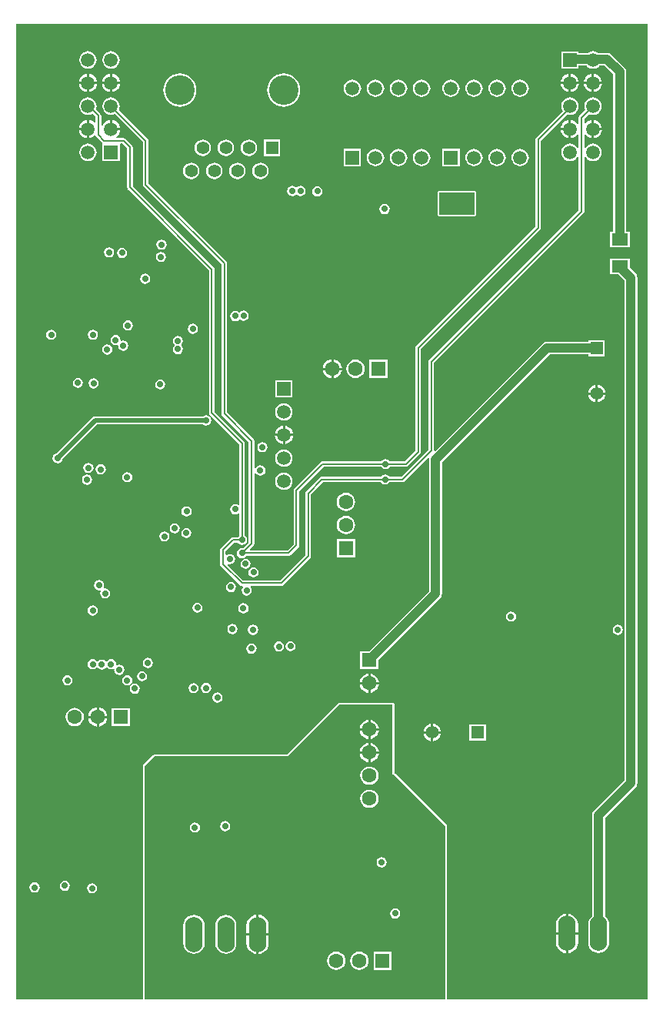
<source format=gbl>
G04*
G04 #@! TF.GenerationSoftware,Altium Limited,Altium Designer,20.0.13 (296)*
G04*
G04 Layer_Physical_Order=4*
G04 Layer_Color=16711680*
%FSLAX44Y44*%
%MOMM*%
G71*
G01*
G75*
%ADD11C,0.2000*%
%ADD23R,1.8000X1.3500*%
%ADD33R,1.6000X1.6000*%
%ADD108C,0.5000*%
%ADD110C,1.0000*%
%ADD111C,1.6000*%
%ADD112C,1.5000*%
%ADD113R,1.5000X1.5000*%
%ADD114R,1.6000X1.6000*%
%ADD115O,1.9304X3.8608*%
%ADD116R,1.3980X1.3980*%
%ADD117C,3.2500*%
%ADD118C,1.3980*%
%ADD119C,1.4000*%
%ADD120R,1.4000X1.4000*%
%ADD121R,1.4000X1.4000*%
%ADD122C,0.7000*%
%ADD123C,0.8000*%
G36*
X698931Y3569D02*
X478289D01*
Y194250D01*
X478134Y195030D01*
X477692Y195692D01*
X420289Y253095D01*
Y328000D01*
X420134Y328780D01*
X419692Y329442D01*
X419030Y329884D01*
X418250Y330039D01*
X359750D01*
X359750Y330039D01*
X358970Y329884D01*
X358308Y329442D01*
X358308Y329442D01*
X301905Y273039D01*
X156000D01*
X155220Y272884D01*
X154558Y272442D01*
X144058Y261942D01*
X143616Y261280D01*
X143461Y260500D01*
Y3569D01*
X3569D01*
Y1076432D01*
X698931D01*
X698931Y3569D01*
D02*
G37*
G36*
X418250Y252250D02*
X476250Y194250D01*
Y3569D01*
X145500D01*
Y260500D01*
X156000Y271000D01*
X302750D01*
X359750Y328000D01*
X418250D01*
Y252250D01*
D02*
G37*
%LPC*%
G36*
X638900Y1046582D02*
X636420Y1046255D01*
X634109Y1045298D01*
X633147Y1044560D01*
X623000D01*
Y1046500D01*
X604000D01*
Y1027500D01*
X623000D01*
Y1030440D01*
X631959D01*
X632124Y1030225D01*
X634109Y1028702D01*
X636420Y1027745D01*
X638900Y1027418D01*
X641380Y1027745D01*
X643691Y1028702D01*
X645675Y1030225D01*
X645840Y1030440D01*
X651576D01*
X661190Y1020826D01*
Y848250D01*
X657250D01*
Y830750D01*
X679250D01*
Y848250D01*
X675310D01*
Y1023750D01*
X675070Y1025578D01*
X674364Y1027280D01*
X673242Y1028743D01*
X659493Y1042493D01*
X658030Y1043615D01*
X656328Y1044320D01*
X654500Y1044560D01*
X644652D01*
X643691Y1045298D01*
X641380Y1046255D01*
X638900Y1046582D01*
D02*
G37*
G36*
X108500D02*
X106020Y1046255D01*
X103709Y1045298D01*
X101725Y1043775D01*
X100202Y1041791D01*
X99245Y1039480D01*
X98918Y1037000D01*
X99245Y1034520D01*
X100202Y1032209D01*
X101725Y1030225D01*
X103709Y1028702D01*
X106020Y1027745D01*
X108500Y1027418D01*
X110980Y1027745D01*
X113291Y1028702D01*
X115276Y1030225D01*
X116798Y1032209D01*
X117756Y1034520D01*
X118082Y1037000D01*
X117756Y1039480D01*
X116798Y1041791D01*
X115276Y1043775D01*
X113291Y1045298D01*
X110980Y1046255D01*
X108500Y1046582D01*
D02*
G37*
G36*
X83100D02*
X80620Y1046255D01*
X78309Y1045298D01*
X76325Y1043775D01*
X74802Y1041791D01*
X73845Y1039480D01*
X73518Y1037000D01*
X73845Y1034520D01*
X74802Y1032209D01*
X76325Y1030225D01*
X78309Y1028702D01*
X80620Y1027745D01*
X83100Y1027418D01*
X85580Y1027745D01*
X87891Y1028702D01*
X89876Y1030225D01*
X91398Y1032209D01*
X92356Y1034520D01*
X92682Y1037000D01*
X92356Y1039480D01*
X91398Y1041791D01*
X89876Y1043775D01*
X87891Y1045298D01*
X85580Y1046255D01*
X83100Y1046582D01*
D02*
G37*
G36*
X640170Y1021559D02*
Y1012870D01*
X648859D01*
X648681Y1014221D01*
X647670Y1016663D01*
X646060Y1018761D01*
X643963Y1020370D01*
X641521Y1021382D01*
X640170Y1021559D01*
D02*
G37*
G36*
X614770D02*
Y1012870D01*
X623459D01*
X623282Y1014221D01*
X622270Y1016663D01*
X620661Y1018761D01*
X618563Y1020370D01*
X616121Y1021382D01*
X614770Y1021559D01*
D02*
G37*
G36*
X637630D02*
X636279Y1021382D01*
X633837Y1020370D01*
X631739Y1018761D01*
X630130Y1016663D01*
X629118Y1014221D01*
X628941Y1012870D01*
X637630D01*
Y1021559D01*
D02*
G37*
G36*
X612230D02*
X610879Y1021382D01*
X608437Y1020370D01*
X606339Y1018761D01*
X604730Y1016663D01*
X603718Y1014221D01*
X603540Y1012870D01*
X612230D01*
Y1021559D01*
D02*
G37*
G36*
X109770D02*
Y1012870D01*
X118460D01*
X118282Y1014221D01*
X117270Y1016663D01*
X115661Y1018761D01*
X113563Y1020370D01*
X111121Y1021382D01*
X109770Y1021559D01*
D02*
G37*
G36*
X84370D02*
Y1012870D01*
X93060D01*
X92882Y1014221D01*
X91870Y1016663D01*
X90261Y1018761D01*
X88163Y1020370D01*
X85721Y1021382D01*
X84370Y1021559D01*
D02*
G37*
G36*
X107230D02*
X105879Y1021382D01*
X103437Y1020370D01*
X101340Y1018761D01*
X99730Y1016663D01*
X98719Y1014221D01*
X98541Y1012870D01*
X107230D01*
Y1021559D01*
D02*
G37*
G36*
X81830D02*
X80479Y1021382D01*
X78037Y1020370D01*
X75940Y1018761D01*
X74330Y1016663D01*
X73319Y1014221D01*
X73141Y1012870D01*
X81830D01*
Y1021559D01*
D02*
G37*
G36*
X118460Y1010330D02*
X109770D01*
Y1001641D01*
X111121Y1001818D01*
X113563Y1002830D01*
X115661Y1004439D01*
X117270Y1006537D01*
X118282Y1008979D01*
X118460Y1010330D01*
D02*
G37*
G36*
X93060D02*
X84370D01*
Y1001641D01*
X85721Y1001818D01*
X88163Y1002830D01*
X90261Y1004439D01*
X91870Y1006537D01*
X92882Y1008979D01*
X93060Y1010330D01*
D02*
G37*
G36*
X648859Y1010330D02*
X640170D01*
Y1001641D01*
X641521Y1001818D01*
X643963Y1002830D01*
X646060Y1004439D01*
X647670Y1006537D01*
X648681Y1008979D01*
X648859Y1010330D01*
D02*
G37*
G36*
X623459D02*
X614770D01*
Y1001641D01*
X616121Y1001818D01*
X618563Y1002830D01*
X620661Y1004439D01*
X622270Y1006537D01*
X623282Y1008979D01*
X623459Y1010330D01*
D02*
G37*
G36*
X637630D02*
X628941D01*
X629118Y1008979D01*
X630130Y1006537D01*
X631739Y1004439D01*
X633837Y1002830D01*
X636279Y1001818D01*
X637630Y1001641D01*
Y1010330D01*
D02*
G37*
G36*
X612230D02*
X603540D01*
X603718Y1008979D01*
X604730Y1006537D01*
X606339Y1004439D01*
X608437Y1002830D01*
X610879Y1001818D01*
X612230Y1001641D01*
Y1010330D01*
D02*
G37*
G36*
X107230Y1010330D02*
X98541D01*
X98719Y1008979D01*
X99730Y1006537D01*
X101340Y1004439D01*
X103437Y1002830D01*
X105879Y1001818D01*
X107230Y1001641D01*
Y1010330D01*
D02*
G37*
G36*
X81830D02*
X73141D01*
X73319Y1008979D01*
X74330Y1006537D01*
X75940Y1004439D01*
X78037Y1002830D01*
X80479Y1001818D01*
X81830Y1001641D01*
Y1010330D01*
D02*
G37*
G36*
X558850Y1015432D02*
X556370Y1015106D01*
X554059Y1014148D01*
X552074Y1012626D01*
X550552Y1010641D01*
X549594Y1008330D01*
X549268Y1005850D01*
X549594Y1003370D01*
X550552Y1001059D01*
X552074Y999075D01*
X554059Y997552D01*
X556370Y996595D01*
X558850Y996268D01*
X561330Y996595D01*
X563641Y997552D01*
X565625Y999075D01*
X567148Y1001059D01*
X568105Y1003370D01*
X568432Y1005850D01*
X568105Y1008330D01*
X567148Y1010641D01*
X565625Y1012626D01*
X563641Y1014148D01*
X561330Y1015106D01*
X558850Y1015432D01*
D02*
G37*
G36*
X533450D02*
X530970Y1015106D01*
X528659Y1014148D01*
X526674Y1012626D01*
X525152Y1010641D01*
X524194Y1008330D01*
X523868Y1005850D01*
X524194Y1003370D01*
X525152Y1001059D01*
X526674Y999075D01*
X528659Y997552D01*
X530970Y996595D01*
X533450Y996268D01*
X535930Y996595D01*
X538241Y997552D01*
X540225Y999075D01*
X541748Y1001059D01*
X542705Y1003370D01*
X543032Y1005850D01*
X542705Y1008330D01*
X541748Y1010641D01*
X540225Y1012626D01*
X538241Y1014148D01*
X535930Y1015106D01*
X533450Y1015432D01*
D02*
G37*
G36*
X508050D02*
X505570Y1015106D01*
X503259Y1014148D01*
X501274Y1012626D01*
X499752Y1010641D01*
X498794Y1008330D01*
X498468Y1005850D01*
X498794Y1003370D01*
X499752Y1001059D01*
X501274Y999075D01*
X503259Y997552D01*
X505570Y996595D01*
X508050Y996268D01*
X510530Y996595D01*
X512841Y997552D01*
X514825Y999075D01*
X516348Y1001059D01*
X517305Y1003370D01*
X517632Y1005850D01*
X517305Y1008330D01*
X516348Y1010641D01*
X514825Y1012626D01*
X512841Y1014148D01*
X510530Y1015106D01*
X508050Y1015432D01*
D02*
G37*
G36*
X482650D02*
X480170Y1015106D01*
X477859Y1014148D01*
X475874Y1012626D01*
X474352Y1010641D01*
X473394Y1008330D01*
X473068Y1005850D01*
X473394Y1003370D01*
X474352Y1001059D01*
X475874Y999075D01*
X477859Y997552D01*
X480170Y996595D01*
X482650Y996268D01*
X485130Y996595D01*
X487441Y997552D01*
X489425Y999075D01*
X490948Y1001059D01*
X491905Y1003370D01*
X492232Y1005850D01*
X491905Y1008330D01*
X490948Y1010641D01*
X489425Y1012626D01*
X487441Y1014148D01*
X485130Y1015106D01*
X482650Y1015432D01*
D02*
G37*
G36*
X450350D02*
X447870Y1015106D01*
X445559Y1014148D01*
X443575Y1012626D01*
X442052Y1010641D01*
X441095Y1008330D01*
X440768Y1005850D01*
X441095Y1003370D01*
X442052Y1001059D01*
X443575Y999075D01*
X445559Y997552D01*
X447870Y996595D01*
X450350Y996268D01*
X452830Y996595D01*
X455141Y997552D01*
X457126Y999075D01*
X458648Y1001059D01*
X459606Y1003370D01*
X459932Y1005850D01*
X459606Y1008330D01*
X458648Y1010641D01*
X457126Y1012626D01*
X455141Y1014148D01*
X452830Y1015106D01*
X450350Y1015432D01*
D02*
G37*
G36*
X424950D02*
X422470Y1015106D01*
X420159Y1014148D01*
X418175Y1012626D01*
X416652Y1010641D01*
X415695Y1008330D01*
X415368Y1005850D01*
X415695Y1003370D01*
X416652Y1001059D01*
X418175Y999075D01*
X420159Y997552D01*
X422470Y996595D01*
X424950Y996268D01*
X427430Y996595D01*
X429741Y997552D01*
X431726Y999075D01*
X433248Y1001059D01*
X434206Y1003370D01*
X434532Y1005850D01*
X434206Y1008330D01*
X433248Y1010641D01*
X431726Y1012626D01*
X429741Y1014148D01*
X427430Y1015106D01*
X424950Y1015432D01*
D02*
G37*
G36*
X399550D02*
X397070Y1015106D01*
X394759Y1014148D01*
X392775Y1012626D01*
X391252Y1010641D01*
X390295Y1008330D01*
X389968Y1005850D01*
X390295Y1003370D01*
X391252Y1001059D01*
X392775Y999075D01*
X394759Y997552D01*
X397070Y996595D01*
X399550Y996268D01*
X402030Y996595D01*
X404341Y997552D01*
X406326Y999075D01*
X407848Y1001059D01*
X408806Y1003370D01*
X409132Y1005850D01*
X408806Y1008330D01*
X407848Y1010641D01*
X406326Y1012626D01*
X404341Y1014148D01*
X402030Y1015106D01*
X399550Y1015432D01*
D02*
G37*
G36*
X374150D02*
X371670Y1015106D01*
X369359Y1014148D01*
X367375Y1012626D01*
X365852Y1010641D01*
X364895Y1008330D01*
X364568Y1005850D01*
X364895Y1003370D01*
X365852Y1001059D01*
X367375Y999075D01*
X369359Y997552D01*
X371670Y996595D01*
X374150Y996268D01*
X376630Y996595D01*
X378941Y997552D01*
X380926Y999075D01*
X382448Y1001059D01*
X383406Y1003370D01*
X383732Y1005850D01*
X383406Y1008330D01*
X382448Y1010641D01*
X380926Y1012626D01*
X378941Y1014148D01*
X376630Y1015106D01*
X374150Y1015432D01*
D02*
G37*
G36*
X298400Y1022088D02*
X294822Y1021736D01*
X291382Y1020692D01*
X288212Y1018998D01*
X285433Y1016717D01*
X283152Y1013938D01*
X281458Y1010768D01*
X280414Y1007328D01*
X280062Y1003750D01*
X280414Y1000172D01*
X281458Y996732D01*
X283152Y993562D01*
X285433Y990783D01*
X288212Y988502D01*
X291382Y986808D01*
X294822Y985764D01*
X298400Y985412D01*
X301978Y985764D01*
X305418Y986808D01*
X308588Y988502D01*
X311367Y990783D01*
X313648Y993562D01*
X315342Y996732D01*
X316386Y1000172D01*
X316738Y1003750D01*
X316386Y1007328D01*
X315342Y1010768D01*
X313648Y1013938D01*
X311367Y1016717D01*
X308588Y1018998D01*
X305418Y1020692D01*
X301978Y1021736D01*
X298400Y1022088D01*
D02*
G37*
G36*
X184100D02*
X180522Y1021736D01*
X177082Y1020692D01*
X173912Y1018998D01*
X171133Y1016717D01*
X168852Y1013938D01*
X167158Y1010768D01*
X166114Y1007328D01*
X165762Y1003750D01*
X166114Y1000172D01*
X167158Y996732D01*
X168852Y993562D01*
X171133Y990783D01*
X173912Y988502D01*
X177082Y986808D01*
X180522Y985764D01*
X184100Y985412D01*
X187678Y985764D01*
X191118Y986808D01*
X194288Y988502D01*
X197067Y990783D01*
X199348Y993562D01*
X201042Y996732D01*
X202086Y1000172D01*
X202438Y1003750D01*
X202086Y1007328D01*
X201042Y1010768D01*
X199348Y1013938D01*
X197067Y1016717D01*
X194288Y1018998D01*
X191118Y1020692D01*
X187678Y1021736D01*
X184100Y1022088D01*
D02*
G37*
G36*
X638900Y995782D02*
X636420Y995455D01*
X634109Y994498D01*
X632124Y992975D01*
X630602Y990991D01*
X629645Y988680D01*
X629318Y986200D01*
X629645Y983720D01*
X630362Y981988D01*
X624087Y975713D01*
X623424Y974721D01*
X623191Y973550D01*
X623191Y973550D01*
Y966749D01*
X621921Y966318D01*
X620661Y967961D01*
X618563Y969570D01*
X616121Y970582D01*
X614770Y970759D01*
Y960800D01*
Y950841D01*
X616121Y951018D01*
X618563Y952030D01*
X620661Y953639D01*
X621921Y955282D01*
X623191Y954851D01*
Y940146D01*
X621921Y939894D01*
X621798Y940191D01*
X620275Y942176D01*
X618291Y943698D01*
X615980Y944656D01*
X613500Y944982D01*
X611020Y944656D01*
X608709Y943698D01*
X606725Y942176D01*
X605202Y940191D01*
X604244Y937880D01*
X603918Y935400D01*
X604244Y932920D01*
X605202Y930609D01*
X606725Y928625D01*
X608709Y927102D01*
X611020Y926145D01*
X613500Y925818D01*
X615980Y926145D01*
X618291Y927102D01*
X620275Y928625D01*
X621798Y930609D01*
X621921Y930906D01*
X623191Y930654D01*
Y871517D01*
X458837Y707163D01*
X458174Y706171D01*
X457941Y705000D01*
X457941Y705000D01*
Y608517D01*
X427983Y578559D01*
X414821D01*
X414215Y579465D01*
X412396Y580681D01*
X410250Y581108D01*
X408104Y580681D01*
X406285Y579465D01*
X405679Y578559D01*
X340500D01*
X339329Y578326D01*
X338337Y577663D01*
X338337Y577663D01*
X323337Y562663D01*
X322674Y561670D01*
X322441Y560500D01*
X322441Y560500D01*
Y492517D01*
X294483Y464559D01*
X253767D01*
X236603Y481722D01*
X236742Y482025D01*
X237352Y482770D01*
X239250Y482392D01*
X241396Y482819D01*
X243215Y484035D01*
X244431Y485854D01*
X244858Y488000D01*
X244431Y490146D01*
X243215Y491965D01*
X241396Y493181D01*
X239250Y493608D01*
X237104Y493181D01*
X235829Y492329D01*
X234559Y492991D01*
Y496733D01*
X243767Y505941D01*
X248179D01*
X248785Y505035D01*
X250604Y503819D01*
X252750Y503392D01*
X254896Y503819D01*
X256715Y505035D01*
X257931Y506854D01*
X258358Y509000D01*
X257931Y511146D01*
X256715Y512965D01*
X255809Y513571D01*
Y615250D01*
X255809Y615250D01*
X255576Y616421D01*
X254913Y617413D01*
X222309Y650017D01*
Y806750D01*
X222309Y806750D01*
X222076Y807921D01*
X221413Y808913D01*
X221413Y808913D01*
X132309Y898017D01*
Y941000D01*
X132076Y942170D01*
X131413Y943163D01*
X131413Y943163D01*
X124413Y950163D01*
X123420Y950826D01*
X122250Y951059D01*
X122250Y951059D01*
X114384D01*
X113953Y952329D01*
X115661Y953639D01*
X117270Y955737D01*
X118282Y958179D01*
X118460Y959530D01*
X108500D01*
Y960800D01*
X107230D01*
Y970759D01*
X105879Y970582D01*
X103437Y969570D01*
X101340Y967961D01*
X99730Y965863D01*
X98829Y963687D01*
X97559Y963940D01*
Y975750D01*
X97559Y975750D01*
X97326Y976920D01*
X96663Y977913D01*
X91916Y982660D01*
X92356Y983720D01*
X92682Y986200D01*
X92356Y988680D01*
X91398Y990991D01*
X89876Y992975D01*
X87891Y994498D01*
X85580Y995455D01*
X83100Y995782D01*
X80620Y995455D01*
X78309Y994498D01*
X76325Y992975D01*
X74802Y990991D01*
X73845Y988680D01*
X73518Y986200D01*
X73845Y983720D01*
X74802Y981409D01*
X76325Y979425D01*
X78309Y977902D01*
X80620Y976945D01*
X83100Y976618D01*
X85580Y976945D01*
X87891Y977902D01*
X87965Y977959D01*
X91441Y974483D01*
Y968361D01*
X90808Y968146D01*
X90171Y968029D01*
X88163Y969570D01*
X85721Y970582D01*
X84370Y970759D01*
Y960800D01*
Y950841D01*
X85721Y951018D01*
X88163Y952030D01*
X90261Y953639D01*
X90266Y953647D01*
X91624Y953330D01*
X91674Y953080D01*
X92337Y952087D01*
X98473Y945952D01*
X98749Y945402D01*
X99000Y944723D01*
X99000Y944150D01*
Y925900D01*
X118000D01*
X118000Y944900D01*
X119253Y944941D01*
X120983D01*
X126191Y939733D01*
Y896750D01*
X126191Y896750D01*
X126424Y895579D01*
X127087Y894587D01*
X216191Y805483D01*
Y648750D01*
X216191Y648750D01*
X216424Y647579D01*
X217087Y646587D01*
X249691Y613983D01*
Y547741D01*
X248421Y547079D01*
X247146Y547931D01*
X245000Y548358D01*
X242854Y547931D01*
X241035Y546715D01*
X239819Y544896D01*
X239392Y542750D01*
X239819Y540604D01*
X241035Y538785D01*
X242854Y537569D01*
X245000Y537142D01*
X247146Y537569D01*
X248421Y538421D01*
X249691Y537759D01*
Y513571D01*
X248785Y512965D01*
X248179Y512059D01*
X242500D01*
X242500Y512059D01*
X241329Y511826D01*
X240337Y511163D01*
X229337Y500163D01*
X228674Y499170D01*
X228441Y498000D01*
X228441Y498000D01*
Y482500D01*
X228441Y482500D01*
X228674Y481329D01*
X229337Y480337D01*
X250337Y459337D01*
X251329Y458674D01*
X252500Y458441D01*
X253133D01*
X253588Y457171D01*
X252569Y455646D01*
X252142Y453500D01*
X252569Y451354D01*
X253785Y449535D01*
X255604Y448319D01*
X257750Y447892D01*
X259896Y448319D01*
X261715Y449535D01*
X262931Y451354D01*
X263358Y453500D01*
X262931Y455646D01*
X261912Y457171D01*
X262367Y458441D01*
X295750D01*
X295750Y458441D01*
X296921Y458674D01*
X297913Y459337D01*
X327663Y489087D01*
X327663Y489087D01*
X328326Y490079D01*
X328559Y491250D01*
Y559233D01*
X341767Y572441D01*
X405679D01*
X406285Y571535D01*
X408104Y570319D01*
X410250Y569892D01*
X412396Y570319D01*
X414215Y571535D01*
X414821Y572441D01*
X429250D01*
X429250Y572441D01*
X430420Y572674D01*
X431413Y573337D01*
X457840Y599764D01*
X458893Y599101D01*
X458927Y599055D01*
X458690Y597250D01*
Y452775D01*
X392765Y386850D01*
X382750D01*
Y366850D01*
X402750D01*
Y376865D01*
X470742Y444858D01*
X471865Y446320D01*
X472570Y448023D01*
X472810Y449850D01*
Y594325D01*
X591425Y712940D01*
X634000D01*
Y711000D01*
X652000D01*
Y729000D01*
X634000D01*
Y727061D01*
X588500D01*
X586673Y726820D01*
X584970Y726115D01*
X583508Y724993D01*
X465252Y606736D01*
X464264Y607162D01*
X464059Y607340D01*
Y703733D01*
X628413Y868087D01*
X628413Y868087D01*
X629076Y869080D01*
X629309Y870250D01*
X629309Y870250D01*
Y930412D01*
X630579Y930664D01*
X630602Y930609D01*
X632124Y928625D01*
X634109Y927102D01*
X636420Y926145D01*
X638900Y925818D01*
X641380Y926145D01*
X643691Y927102D01*
X645675Y928625D01*
X647198Y930609D01*
X648155Y932920D01*
X648482Y935400D01*
X648155Y937880D01*
X647198Y940191D01*
X645675Y942176D01*
X643691Y943698D01*
X641380Y944656D01*
X638900Y944982D01*
X636420Y944656D01*
X634109Y943698D01*
X632124Y942176D01*
X630602Y940191D01*
X630579Y940136D01*
X629309Y940388D01*
Y954721D01*
X630579Y955152D01*
X631739Y953639D01*
X633837Y952030D01*
X636279Y951018D01*
X637630Y950841D01*
Y960800D01*
X638900D01*
D01*
X637630D01*
Y970759D01*
X636279Y970582D01*
X633837Y969570D01*
X631739Y967961D01*
X630579Y966448D01*
X629309Y966879D01*
Y972283D01*
X634688Y977662D01*
X636420Y976945D01*
X638900Y976618D01*
X641380Y976945D01*
X643691Y977902D01*
X645675Y979425D01*
X647198Y981409D01*
X648155Y983720D01*
X648482Y986200D01*
X648155Y988680D01*
X647198Y990991D01*
X645675Y992975D01*
X643691Y994498D01*
X641380Y995455D01*
X638900Y995782D01*
D02*
G37*
G36*
X640170Y970759D02*
Y962070D01*
X648859D01*
X648681Y963421D01*
X647670Y965863D01*
X646060Y967961D01*
X643963Y969570D01*
X641521Y970582D01*
X640170Y970759D01*
D02*
G37*
G36*
X612230D02*
X610879Y970582D01*
X608437Y969570D01*
X606339Y967961D01*
X604730Y965863D01*
X603718Y963421D01*
X603540Y962070D01*
X612230D01*
Y970759D01*
D02*
G37*
G36*
X109770D02*
Y962070D01*
X118460D01*
X118282Y963421D01*
X117270Y965863D01*
X115661Y967961D01*
X113563Y969570D01*
X111121Y970582D01*
X109770Y970759D01*
D02*
G37*
G36*
X81830D02*
X80479Y970582D01*
X78037Y969570D01*
X75940Y967961D01*
X74330Y965863D01*
X73319Y963421D01*
X73141Y962070D01*
X81830D01*
Y970759D01*
D02*
G37*
G36*
X648859Y959530D02*
X640170D01*
Y950841D01*
X641521Y951018D01*
X643963Y952030D01*
X646060Y953639D01*
X647670Y955737D01*
X648681Y958179D01*
X648859Y959530D01*
D02*
G37*
G36*
X612230D02*
X603540D01*
X603718Y958179D01*
X604730Y955737D01*
X606339Y953639D01*
X608437Y952030D01*
X610879Y951018D01*
X612230Y950841D01*
Y959530D01*
D02*
G37*
G36*
X81830Y959530D02*
X73141D01*
X73319Y958179D01*
X74330Y955737D01*
X75940Y953639D01*
X78037Y952030D01*
X80479Y951018D01*
X81830Y950841D01*
Y959530D01*
D02*
G37*
G36*
X294690Y949240D02*
X276710D01*
Y931260D01*
X294690D01*
Y949240D01*
D02*
G37*
G36*
X260300Y949318D02*
X257953Y949009D01*
X255766Y948103D01*
X253888Y946662D01*
X252447Y944784D01*
X251541Y942597D01*
X251232Y940250D01*
X251541Y937903D01*
X252447Y935716D01*
X253888Y933838D01*
X255766Y932397D01*
X257953Y931491D01*
X260300Y931182D01*
X262647Y931491D01*
X264834Y932397D01*
X266712Y933838D01*
X268153Y935716D01*
X269059Y937903D01*
X269368Y940250D01*
X269059Y942597D01*
X268153Y944784D01*
X266712Y946662D01*
X264834Y948103D01*
X262647Y949009D01*
X260300Y949318D01*
D02*
G37*
G36*
X234900D02*
X232553Y949009D01*
X230366Y948103D01*
X228488Y946662D01*
X227047Y944784D01*
X226141Y942597D01*
X225832Y940250D01*
X226141Y937903D01*
X227047Y935716D01*
X228488Y933838D01*
X230366Y932397D01*
X232553Y931491D01*
X234900Y931182D01*
X237247Y931491D01*
X239434Y932397D01*
X241312Y933838D01*
X242753Y935716D01*
X243659Y937903D01*
X243968Y940250D01*
X243659Y942597D01*
X242753Y944784D01*
X241312Y946662D01*
X239434Y948103D01*
X237247Y949009D01*
X234900Y949318D01*
D02*
G37*
G36*
X209500D02*
X207153Y949009D01*
X204966Y948103D01*
X203088Y946662D01*
X201647Y944784D01*
X200741Y942597D01*
X200432Y940250D01*
X200741Y937903D01*
X201647Y935716D01*
X203088Y933838D01*
X204966Y932397D01*
X207153Y931491D01*
X209500Y931182D01*
X211847Y931491D01*
X214034Y932397D01*
X215912Y933838D01*
X217353Y935716D01*
X218259Y937903D01*
X218568Y940250D01*
X218259Y942597D01*
X217353Y944784D01*
X215912Y946662D01*
X214034Y948103D01*
X211847Y949009D01*
X209500Y949318D01*
D02*
G37*
G36*
X83100Y944982D02*
X80620Y944656D01*
X78309Y943698D01*
X76325Y942176D01*
X74802Y940191D01*
X73845Y937880D01*
X73518Y935400D01*
X73845Y932920D01*
X74802Y930609D01*
X76325Y928625D01*
X78309Y927102D01*
X80620Y926145D01*
X83100Y925818D01*
X85580Y926145D01*
X87891Y927102D01*
X89876Y928625D01*
X91398Y930609D01*
X92356Y932920D01*
X92682Y935400D01*
X92356Y937880D01*
X91398Y940191D01*
X89876Y942176D01*
X87891Y943698D01*
X85580Y944656D01*
X83100Y944982D01*
D02*
G37*
G36*
X492150Y939150D02*
X473150D01*
Y920150D01*
X492150D01*
Y939150D01*
D02*
G37*
G36*
X383650D02*
X364650D01*
Y920150D01*
X383650D01*
Y939150D01*
D02*
G37*
G36*
X558850Y939232D02*
X556370Y938906D01*
X554059Y937948D01*
X552074Y936426D01*
X550552Y934441D01*
X549594Y932130D01*
X549268Y929650D01*
X549594Y927170D01*
X550552Y924859D01*
X552074Y922875D01*
X554059Y921352D01*
X556370Y920395D01*
X558850Y920068D01*
X561330Y920395D01*
X563641Y921352D01*
X565625Y922875D01*
X567148Y924859D01*
X568105Y927170D01*
X568432Y929650D01*
X568105Y932130D01*
X567148Y934441D01*
X565625Y936426D01*
X563641Y937948D01*
X561330Y938906D01*
X558850Y939232D01*
D02*
G37*
G36*
X533450D02*
X530970Y938906D01*
X528659Y937948D01*
X526674Y936426D01*
X525152Y934441D01*
X524194Y932130D01*
X523868Y929650D01*
X524194Y927170D01*
X525152Y924859D01*
X526674Y922875D01*
X528659Y921352D01*
X530970Y920395D01*
X533450Y920068D01*
X535930Y920395D01*
X538241Y921352D01*
X540225Y922875D01*
X541748Y924859D01*
X542705Y927170D01*
X543032Y929650D01*
X542705Y932130D01*
X541748Y934441D01*
X540225Y936426D01*
X538241Y937948D01*
X535930Y938906D01*
X533450Y939232D01*
D02*
G37*
G36*
X508050D02*
X505570Y938906D01*
X503259Y937948D01*
X501274Y936426D01*
X499752Y934441D01*
X498794Y932130D01*
X498468Y929650D01*
X498794Y927170D01*
X499752Y924859D01*
X501274Y922875D01*
X503259Y921352D01*
X505570Y920395D01*
X508050Y920068D01*
X510530Y920395D01*
X512841Y921352D01*
X514825Y922875D01*
X516348Y924859D01*
X517305Y927170D01*
X517632Y929650D01*
X517305Y932130D01*
X516348Y934441D01*
X514825Y936426D01*
X512841Y937948D01*
X510530Y938906D01*
X508050Y939232D01*
D02*
G37*
G36*
X450350D02*
X447870Y938906D01*
X445559Y937948D01*
X443575Y936426D01*
X442052Y934441D01*
X441095Y932130D01*
X440768Y929650D01*
X441095Y927170D01*
X442052Y924859D01*
X443575Y922875D01*
X445559Y921352D01*
X447870Y920395D01*
X450350Y920068D01*
X452830Y920395D01*
X455141Y921352D01*
X457126Y922875D01*
X458648Y924859D01*
X459606Y927170D01*
X459932Y929650D01*
X459606Y932130D01*
X458648Y934441D01*
X457126Y936426D01*
X455141Y937948D01*
X452830Y938906D01*
X450350Y939232D01*
D02*
G37*
G36*
X424950D02*
X422470Y938906D01*
X420159Y937948D01*
X418175Y936426D01*
X416652Y934441D01*
X415695Y932130D01*
X415368Y929650D01*
X415695Y927170D01*
X416652Y924859D01*
X418175Y922875D01*
X420159Y921352D01*
X422470Y920395D01*
X424950Y920068D01*
X427430Y920395D01*
X429741Y921352D01*
X431726Y922875D01*
X433248Y924859D01*
X434206Y927170D01*
X434532Y929650D01*
X434206Y932130D01*
X433248Y934441D01*
X431726Y936426D01*
X429741Y937948D01*
X427430Y938906D01*
X424950Y939232D01*
D02*
G37*
G36*
X399550D02*
X397070Y938906D01*
X394759Y937948D01*
X392775Y936426D01*
X391252Y934441D01*
X390295Y932130D01*
X389968Y929650D01*
X390295Y927170D01*
X391252Y924859D01*
X392775Y922875D01*
X394759Y921352D01*
X397070Y920395D01*
X399550Y920068D01*
X402030Y920395D01*
X404341Y921352D01*
X406326Y922875D01*
X407848Y924859D01*
X408806Y927170D01*
X409132Y929650D01*
X408806Y932130D01*
X407848Y934441D01*
X406326Y936426D01*
X404341Y937948D01*
X402030Y938906D01*
X399550Y939232D01*
D02*
G37*
G36*
X273000Y923918D02*
X270653Y923609D01*
X268466Y922703D01*
X266588Y921262D01*
X265147Y919384D01*
X264241Y917197D01*
X263932Y914850D01*
X264241Y912503D01*
X265147Y910316D01*
X266588Y908438D01*
X268466Y906997D01*
X270653Y906091D01*
X273000Y905782D01*
X275347Y906091D01*
X277534Y906997D01*
X279412Y908438D01*
X280853Y910316D01*
X281759Y912503D01*
X282068Y914850D01*
X281759Y917197D01*
X280853Y919384D01*
X279412Y921262D01*
X277534Y922703D01*
X275347Y923609D01*
X273000Y923918D01*
D02*
G37*
G36*
X247600D02*
X245253Y923609D01*
X243066Y922703D01*
X241188Y921262D01*
X239747Y919384D01*
X238841Y917197D01*
X238532Y914850D01*
X238841Y912503D01*
X239747Y910316D01*
X241188Y908438D01*
X243066Y906997D01*
X245253Y906091D01*
X247600Y905782D01*
X249947Y906091D01*
X252134Y906997D01*
X254012Y908438D01*
X255453Y910316D01*
X256359Y912503D01*
X256668Y914850D01*
X256359Y917197D01*
X255453Y919384D01*
X254012Y921262D01*
X252134Y922703D01*
X249947Y923609D01*
X247600Y923918D01*
D02*
G37*
G36*
X222200D02*
X219853Y923609D01*
X217666Y922703D01*
X215788Y921262D01*
X214347Y919384D01*
X213441Y917197D01*
X213132Y914850D01*
X213441Y912503D01*
X214347Y910316D01*
X215788Y908438D01*
X217666Y906997D01*
X219853Y906091D01*
X222200Y905782D01*
X224547Y906091D01*
X226734Y906997D01*
X228612Y908438D01*
X230053Y910316D01*
X230959Y912503D01*
X231268Y914850D01*
X230959Y917197D01*
X230053Y919384D01*
X228612Y921262D01*
X226734Y922703D01*
X224547Y923609D01*
X222200Y923918D01*
D02*
G37*
G36*
X196800D02*
X194453Y923609D01*
X192266Y922703D01*
X190388Y921262D01*
X188947Y919384D01*
X188041Y917197D01*
X187732Y914850D01*
X188041Y912503D01*
X188947Y910316D01*
X190388Y908438D01*
X192266Y906997D01*
X194453Y906091D01*
X196800Y905782D01*
X199147Y906091D01*
X201334Y906997D01*
X203212Y908438D01*
X204653Y910316D01*
X205559Y912503D01*
X205868Y914850D01*
X205559Y917197D01*
X204653Y919384D01*
X203212Y921262D01*
X201334Y922703D01*
X199147Y923609D01*
X196800Y923918D01*
D02*
G37*
G36*
X317000Y898358D02*
X314854Y897931D01*
X313351Y896927D01*
X312500Y896797D01*
X311649Y896927D01*
X310146Y897931D01*
X308000Y898358D01*
X305854Y897931D01*
X304035Y896715D01*
X302819Y894896D01*
X302392Y892750D01*
X302819Y890604D01*
X304035Y888785D01*
X305854Y887569D01*
X308000Y887142D01*
X310146Y887569D01*
X311649Y888573D01*
X312500Y888703D01*
X313351Y888573D01*
X314854Y887569D01*
X317000Y887142D01*
X319146Y887569D01*
X320965Y888785D01*
X322181Y890604D01*
X322608Y892750D01*
X322181Y894896D01*
X320965Y896715D01*
X319146Y897931D01*
X317000Y898358D01*
D02*
G37*
G36*
X335500Y898108D02*
X333354Y897681D01*
X331535Y896465D01*
X330319Y894646D01*
X329892Y892500D01*
X330319Y890354D01*
X331535Y888535D01*
X333354Y887319D01*
X335500Y886892D01*
X337646Y887319D01*
X339465Y888535D01*
X340681Y890354D01*
X341108Y892500D01*
X340681Y894646D01*
X339465Y896465D01*
X337646Y897681D01*
X335500Y898108D01*
D02*
G37*
G36*
X409500Y878608D02*
X407354Y878181D01*
X405535Y876965D01*
X404319Y875146D01*
X403892Y873000D01*
X404319Y870854D01*
X405535Y869035D01*
X407354Y867819D01*
X409500Y867392D01*
X411646Y867819D01*
X413465Y869035D01*
X414681Y870854D01*
X415108Y873000D01*
X414681Y875146D01*
X413465Y876965D01*
X411646Y878181D01*
X409500Y878608D01*
D02*
G37*
G36*
X508250Y893039D02*
X470000D01*
X469220Y892884D01*
X468558Y892442D01*
X468116Y891780D01*
X467961Y891000D01*
Y867000D01*
X468116Y866220D01*
X468558Y865558D01*
X469220Y865116D01*
X470000Y864961D01*
X508250D01*
X509030Y865116D01*
X509692Y865558D01*
X510134Y866220D01*
X510289Y867000D01*
Y891000D01*
X510134Y891780D01*
X509692Y892442D01*
X509030Y892884D01*
X508250Y893039D01*
D02*
G37*
G36*
X164000Y839358D02*
X161854Y838931D01*
X160035Y837715D01*
X158819Y835896D01*
X158392Y833750D01*
X158819Y831604D01*
X160035Y829785D01*
X161854Y828569D01*
X164000Y828142D01*
X166146Y828569D01*
X167965Y829785D01*
X169181Y831604D01*
X169608Y833750D01*
X169181Y835896D01*
X167965Y837715D01*
X166146Y838931D01*
X164000Y839358D01*
D02*
G37*
G36*
X106275Y830833D02*
X104129Y830406D01*
X102310Y829190D01*
X101094Y827371D01*
X100667Y825225D01*
X101094Y823079D01*
X102310Y821260D01*
X104129Y820044D01*
X106275Y819617D01*
X108421Y820044D01*
X110240Y821260D01*
X111456Y823079D01*
X111883Y825225D01*
X111456Y827371D01*
X110240Y829190D01*
X108421Y830406D01*
X106275Y830833D01*
D02*
G37*
G36*
X120500Y830358D02*
X118354Y829931D01*
X116535Y828715D01*
X115319Y826896D01*
X114892Y824750D01*
X115319Y822604D01*
X116535Y820785D01*
X118354Y819569D01*
X120500Y819142D01*
X122646Y819569D01*
X124465Y820785D01*
X125681Y822604D01*
X126108Y824750D01*
X125681Y826896D01*
X124465Y828715D01*
X122646Y829931D01*
X120500Y830358D01*
D02*
G37*
G36*
X163250Y825858D02*
X161104Y825431D01*
X159285Y824215D01*
X158069Y822396D01*
X157642Y820250D01*
X158069Y818104D01*
X159285Y816285D01*
X161104Y815069D01*
X163250Y814642D01*
X165396Y815069D01*
X167215Y816285D01*
X168431Y818104D01*
X168858Y820250D01*
X168431Y822396D01*
X167215Y824215D01*
X165396Y825431D01*
X163250Y825858D01*
D02*
G37*
G36*
X146000Y801858D02*
X143854Y801431D01*
X142035Y800215D01*
X140819Y798396D01*
X140392Y796250D01*
X140819Y794104D01*
X142035Y792285D01*
X143854Y791069D01*
X146000Y790642D01*
X148146Y791069D01*
X149965Y792285D01*
X151181Y794104D01*
X151608Y796250D01*
X151181Y798396D01*
X149965Y800215D01*
X148146Y801431D01*
X146000Y801858D01*
D02*
G37*
G36*
X254237Y761287D02*
X252091Y760860D01*
X250398Y759729D01*
X249212Y759218D01*
X247393Y760434D01*
X245247Y760861D01*
X243101Y760434D01*
X241282Y759218D01*
X240066Y757399D01*
X239639Y755253D01*
X240066Y753107D01*
X241282Y751288D01*
X243101Y750072D01*
X245247Y749645D01*
X247393Y750072D01*
X249086Y751203D01*
X250272Y751714D01*
X252091Y750499D01*
X254237Y750072D01*
X256383Y750499D01*
X258202Y751714D01*
X259418Y753533D01*
X259845Y755679D01*
X259418Y757825D01*
X258202Y759645D01*
X256383Y760860D01*
X254237Y761287D01*
D02*
G37*
G36*
X127000Y750608D02*
X124854Y750181D01*
X123035Y748965D01*
X121819Y747146D01*
X121392Y745000D01*
X121819Y742854D01*
X123035Y741035D01*
X124854Y739819D01*
X127000Y739392D01*
X129146Y739819D01*
X130965Y741035D01*
X132181Y742854D01*
X132608Y745000D01*
X132181Y747146D01*
X130965Y748965D01*
X129146Y750181D01*
X127000Y750608D01*
D02*
G37*
G36*
X198500Y746858D02*
X196354Y746431D01*
X194535Y745215D01*
X193319Y743396D01*
X192892Y741250D01*
X193319Y739104D01*
X194535Y737285D01*
X196354Y736069D01*
X198500Y735642D01*
X200646Y736069D01*
X202465Y737285D01*
X203681Y739104D01*
X204108Y741250D01*
X203681Y743396D01*
X202465Y745215D01*
X200646Y746431D01*
X198500Y746858D01*
D02*
G37*
G36*
X42500Y740358D02*
X40354Y739931D01*
X38535Y738715D01*
X37319Y736896D01*
X36892Y734750D01*
X37319Y732604D01*
X38535Y730785D01*
X40354Y729569D01*
X42500Y729142D01*
X44646Y729569D01*
X46465Y730785D01*
X47681Y732604D01*
X48108Y734750D01*
X47681Y736896D01*
X46465Y738715D01*
X44646Y739931D01*
X42500Y740358D01*
D02*
G37*
G36*
X88500Y740233D02*
X86354Y739806D01*
X84535Y738590D01*
X83319Y736771D01*
X82892Y734625D01*
X83319Y732479D01*
X84535Y730660D01*
X86354Y729444D01*
X88500Y729017D01*
X90646Y729444D01*
X92465Y730660D01*
X93681Y732479D01*
X94108Y734625D01*
X93681Y736771D01*
X92465Y738590D01*
X90646Y739806D01*
X88500Y740233D01*
D02*
G37*
G36*
X113500Y734608D02*
X111354Y734181D01*
X109535Y732965D01*
X108319Y731146D01*
X107892Y729000D01*
X108319Y726854D01*
X109535Y725035D01*
X111354Y723819D01*
X113500Y723392D01*
X115190Y723728D01*
X116311Y722852D01*
X116267Y722630D01*
X116694Y720484D01*
X117909Y718664D01*
X119728Y717449D01*
X121875Y717022D01*
X124021Y717449D01*
X125840Y718664D01*
X127055Y720484D01*
X127482Y722630D01*
X127055Y724776D01*
X125840Y726595D01*
X124021Y727811D01*
X121875Y728237D01*
X120184Y727901D01*
X119063Y728777D01*
X119108Y729000D01*
X118681Y731146D01*
X117465Y732965D01*
X115646Y734181D01*
X113500Y734608D01*
D02*
G37*
G36*
X182000Y733483D02*
X179854Y733056D01*
X178035Y731840D01*
X176819Y730021D01*
X176392Y727875D01*
X176819Y725729D01*
X178035Y723910D01*
Y722840D01*
X176819Y721021D01*
X176392Y718875D01*
X176819Y716729D01*
X178035Y714910D01*
X179854Y713694D01*
X182000Y713267D01*
X184146Y713694D01*
X185965Y714910D01*
X187181Y716729D01*
X187608Y718875D01*
X187181Y721021D01*
X185965Y722840D01*
Y723910D01*
X187181Y725729D01*
X187608Y727875D01*
X187181Y730021D01*
X185965Y731840D01*
X184146Y733056D01*
X182000Y733483D01*
D02*
G37*
G36*
X104250Y724108D02*
X102104Y723681D01*
X100285Y722465D01*
X99069Y720646D01*
X98642Y718500D01*
X99069Y716354D01*
X100285Y714535D01*
X102104Y713319D01*
X104250Y712892D01*
X106396Y713319D01*
X108215Y714535D01*
X109431Y716354D01*
X109858Y718500D01*
X109431Y720646D01*
X108215Y722465D01*
X106396Y723681D01*
X104250Y724108D01*
D02*
G37*
G36*
X353370Y707714D02*
Y698520D01*
X362564D01*
X362369Y700002D01*
X361307Y702565D01*
X359617Y704767D01*
X357416Y706457D01*
X354851Y707519D01*
X353370Y707714D01*
D02*
G37*
G36*
X350830Y707714D02*
X349348Y707519D01*
X346785Y706457D01*
X344583Y704767D01*
X342893Y702565D01*
X341831Y700002D01*
X341636Y698520D01*
X350830D01*
Y707714D01*
D02*
G37*
G36*
X412900Y707250D02*
X392900D01*
Y687250D01*
X412900D01*
Y707250D01*
D02*
G37*
G36*
X377500Y707336D02*
X374889Y706993D01*
X372457Y705985D01*
X370368Y704382D01*
X368765Y702293D01*
X367757Y699861D01*
X367414Y697250D01*
X367757Y694640D01*
X368765Y692207D01*
X370368Y690118D01*
X372457Y688515D01*
X374889Y687507D01*
X377500Y687164D01*
X380111Y687507D01*
X382543Y688515D01*
X384632Y690118D01*
X386235Y692207D01*
X387243Y694640D01*
X387586Y697250D01*
X387243Y699861D01*
X386235Y702293D01*
X384632Y704382D01*
X382543Y705985D01*
X380111Y706993D01*
X377500Y707336D01*
D02*
G37*
G36*
X350830Y695980D02*
X341636D01*
X341831Y694499D01*
X342893Y691935D01*
X344583Y689733D01*
X346785Y688043D01*
X349348Y686981D01*
X350830Y686786D01*
Y695980D01*
D02*
G37*
G36*
X362564D02*
X353370D01*
Y686786D01*
X354851Y686981D01*
X357416Y688043D01*
X359617Y689733D01*
X361307Y691935D01*
X362369Y694499D01*
X362564Y695980D01*
D02*
G37*
G36*
X72000Y687358D02*
X69854Y686931D01*
X68035Y685715D01*
X66819Y683896D01*
X66392Y681750D01*
X66819Y679604D01*
X68035Y677785D01*
X69854Y676569D01*
X72000Y676142D01*
X74146Y676569D01*
X75965Y677785D01*
X77181Y679604D01*
X77608Y681750D01*
X77181Y683896D01*
X75965Y685715D01*
X74146Y686931D01*
X72000Y687358D01*
D02*
G37*
G36*
X89250Y686858D02*
X87104Y686431D01*
X85285Y685215D01*
X84069Y683396D01*
X83642Y681250D01*
X84069Y679104D01*
X85285Y677285D01*
X87104Y676069D01*
X89250Y675642D01*
X91396Y676069D01*
X93215Y677285D01*
X94431Y679104D01*
X94858Y681250D01*
X94431Y683396D01*
X93215Y685215D01*
X91396Y686431D01*
X89250Y686858D01*
D02*
G37*
G36*
X162500Y685608D02*
X160354Y685181D01*
X158535Y683965D01*
X157319Y682146D01*
X156892Y680000D01*
X157319Y677854D01*
X158535Y676035D01*
X160354Y674819D01*
X162500Y674392D01*
X164646Y674819D01*
X166465Y676035D01*
X167681Y677854D01*
X168108Y680000D01*
X167681Y682146D01*
X166465Y683965D01*
X164646Y685181D01*
X162500Y685608D01*
D02*
G37*
G36*
X644270Y679455D02*
Y671270D01*
X652455D01*
X652294Y672490D01*
X651333Y674811D01*
X649804Y676804D01*
X647811Y678333D01*
X645490Y679294D01*
X644270Y679455D01*
D02*
G37*
G36*
X641730Y679455D02*
X640510Y679294D01*
X638189Y678333D01*
X636196Y676804D01*
X634667Y674811D01*
X633706Y672490D01*
X633545Y671270D01*
X641730D01*
Y679455D01*
D02*
G37*
G36*
X308250Y684800D02*
X289250D01*
Y665800D01*
X308250D01*
Y684800D01*
D02*
G37*
G36*
X641730Y668730D02*
X633545D01*
X633706Y667509D01*
X634667Y665189D01*
X636196Y663196D01*
X638189Y661667D01*
X640510Y660705D01*
X641730Y660545D01*
Y668730D01*
D02*
G37*
G36*
X652455D02*
X644270D01*
Y660545D01*
X645490Y660705D01*
X647811Y661667D01*
X649804Y663196D01*
X651333Y665189D01*
X652294Y667509D01*
X652455Y668730D01*
D02*
G37*
G36*
X298750Y659482D02*
X296270Y659156D01*
X293959Y658198D01*
X291975Y656675D01*
X290452Y654691D01*
X289494Y652380D01*
X289168Y649900D01*
X289494Y647420D01*
X290452Y645109D01*
X291975Y643124D01*
X293959Y641602D01*
X296270Y640645D01*
X298750Y640318D01*
X301230Y640645D01*
X303541Y641602D01*
X305525Y643124D01*
X307048Y645109D01*
X308006Y647420D01*
X308332Y649900D01*
X308006Y652380D01*
X307048Y654691D01*
X305525Y656675D01*
X303541Y658198D01*
X301230Y659156D01*
X298750Y659482D01*
D02*
G37*
G36*
X213000Y646108D02*
X210854Y645681D01*
X209967Y645088D01*
X91250D01*
X89494Y644739D01*
X88006Y643744D01*
X48622Y604360D01*
X47575Y604152D01*
X45756Y602937D01*
X44540Y601117D01*
X44113Y598971D01*
X44540Y596825D01*
X45756Y595006D01*
X47575Y593790D01*
X49721Y593363D01*
X51867Y593790D01*
X53686Y595006D01*
X54902Y596825D01*
X55110Y597872D01*
X93151Y635912D01*
X209967D01*
X210854Y635319D01*
X213000Y634892D01*
X215146Y635319D01*
X216965Y636535D01*
X218181Y638354D01*
X218608Y640500D01*
X218181Y642646D01*
X216965Y644465D01*
X215146Y645681D01*
X213000Y646108D01*
D02*
G37*
G36*
X300020Y634459D02*
Y625770D01*
X308709D01*
X308532Y627121D01*
X307520Y629563D01*
X305911Y631661D01*
X303813Y633270D01*
X301371Y634282D01*
X300020Y634459D01*
D02*
G37*
G36*
X297480D02*
X296129Y634282D01*
X293687Y633270D01*
X291589Y631661D01*
X289980Y629563D01*
X288968Y627121D01*
X288791Y625770D01*
X297480D01*
Y634459D01*
D02*
G37*
G36*
Y623230D02*
X288791D01*
X288968Y621879D01*
X289980Y619437D01*
X291589Y617339D01*
X293687Y615730D01*
X296129Y614718D01*
X297480Y614541D01*
Y623230D01*
D02*
G37*
G36*
X308709D02*
X300020D01*
Y614541D01*
X301371Y614718D01*
X303813Y615730D01*
X305911Y617339D01*
X307520Y619437D01*
X308532Y621879D01*
X308709Y623230D01*
D02*
G37*
G36*
X275000Y616608D02*
X272854Y616181D01*
X271035Y614965D01*
X269819Y613146D01*
X269392Y611000D01*
X269819Y608854D01*
X271035Y607035D01*
X272854Y605819D01*
X275000Y605392D01*
X277146Y605819D01*
X278965Y607035D01*
X280181Y608854D01*
X280608Y611000D01*
X280181Y613146D01*
X278965Y614965D01*
X277146Y616181D01*
X275000Y616608D01*
D02*
G37*
G36*
X613500Y995782D02*
X611020Y995455D01*
X608709Y994498D01*
X606725Y992975D01*
X605202Y990991D01*
X604244Y988680D01*
X603918Y986200D01*
X604244Y983720D01*
X605202Y981409D01*
X605693Y980769D01*
X576337Y951413D01*
X575674Y950421D01*
X575441Y949250D01*
X575441Y949250D01*
Y853767D01*
X444337Y722663D01*
X443674Y721671D01*
X443441Y720500D01*
X443441Y720500D01*
Y607267D01*
X431733Y595559D01*
X415071D01*
X414465Y596465D01*
X412646Y597681D01*
X410500Y598108D01*
X408354Y597681D01*
X406535Y596465D01*
X405929Y595559D01*
X341250D01*
X340079Y595326D01*
X339087Y594663D01*
X339087Y594663D01*
X310337Y565913D01*
X309674Y564921D01*
X309441Y563750D01*
X309441Y563750D01*
Y504517D01*
X302483Y497559D01*
X261544D01*
X261058Y498732D01*
X265163Y502837D01*
X265826Y503829D01*
X266059Y505000D01*
Y584437D01*
X267329Y584562D01*
X267569Y583354D01*
X268785Y581535D01*
X270604Y580319D01*
X272750Y579892D01*
X274896Y580319D01*
X276715Y581535D01*
X277931Y583354D01*
X278358Y585500D01*
X277931Y587646D01*
X276715Y589465D01*
X274896Y590681D01*
X272750Y591108D01*
X270604Y590681D01*
X268785Y589465D01*
X267569Y587646D01*
X267329Y586438D01*
X266059Y586563D01*
Y618000D01*
X266059Y618000D01*
X265826Y619170D01*
X265163Y620163D01*
X236059Y649267D01*
Y813250D01*
X236059Y813250D01*
X235826Y814420D01*
X235163Y815413D01*
X149559Y901017D01*
Y948200D01*
X149326Y949371D01*
X148663Y950363D01*
X148663Y950363D01*
X117038Y981988D01*
X117756Y983720D01*
X118082Y986200D01*
X117756Y988680D01*
X116798Y990991D01*
X115276Y992975D01*
X113291Y994498D01*
X110980Y995455D01*
X108500Y995782D01*
X106020Y995455D01*
X103709Y994498D01*
X101725Y992975D01*
X100202Y990991D01*
X99245Y988680D01*
X98918Y986200D01*
X99245Y983720D01*
X100202Y981409D01*
X101725Y979425D01*
X103709Y977902D01*
X106020Y976945D01*
X108500Y976618D01*
X110980Y976945D01*
X112712Y977662D01*
X143441Y946933D01*
Y899750D01*
X143441Y899750D01*
X143674Y898579D01*
X144337Y897587D01*
X229941Y811983D01*
Y648000D01*
X229941Y648000D01*
X230174Y646830D01*
X230837Y645837D01*
X259941Y616733D01*
Y506267D01*
X253569Y499895D01*
X252500Y500108D01*
X250354Y499681D01*
X248535Y498465D01*
X247319Y496646D01*
X246892Y494500D01*
X247319Y492354D01*
X248535Y490535D01*
X250354Y489319D01*
X252500Y488892D01*
X254646Y489319D01*
X256465Y490535D01*
X257071Y491441D01*
X303750D01*
X303750Y491441D01*
X304921Y491674D01*
X305913Y492337D01*
X314663Y501087D01*
X315326Y502080D01*
X315559Y503250D01*
X315559Y503250D01*
Y562483D01*
X342517Y589441D01*
X405929D01*
X406535Y588535D01*
X408354Y587319D01*
X410500Y586892D01*
X412646Y587319D01*
X414465Y588535D01*
X415071Y589441D01*
X433000D01*
X433000Y589441D01*
X434170Y589674D01*
X435163Y590337D01*
X448663Y603837D01*
X449326Y604829D01*
X449559Y606000D01*
X449559Y606000D01*
Y719233D01*
X580663Y850337D01*
X581326Y851329D01*
X581559Y852500D01*
Y947983D01*
X610667Y977091D01*
X611020Y976945D01*
X613500Y976618D01*
X615980Y976945D01*
X618291Y977902D01*
X620275Y979425D01*
X621798Y981409D01*
X622755Y983720D01*
X623082Y986200D01*
X622755Y988680D01*
X621798Y990991D01*
X620275Y992975D01*
X618291Y994498D01*
X615980Y995455D01*
X613500Y995782D01*
D02*
G37*
G36*
X298750Y608682D02*
X296270Y608355D01*
X293959Y607398D01*
X291975Y605875D01*
X290452Y603891D01*
X289494Y601580D01*
X289168Y599100D01*
X289494Y596620D01*
X290452Y594309D01*
X291975Y592324D01*
X293959Y590802D01*
X296270Y589845D01*
X298750Y589518D01*
X301230Y589845D01*
X303541Y590802D01*
X305525Y592324D01*
X307048Y594309D01*
X308006Y596620D01*
X308332Y599100D01*
X308006Y601580D01*
X307048Y603891D01*
X305525Y605875D01*
X303541Y607398D01*
X301230Y608355D01*
X298750Y608682D01*
D02*
G37*
G36*
X83500Y593858D02*
X81354Y593431D01*
X79535Y592215D01*
X78319Y590396D01*
X77892Y588250D01*
X78319Y586104D01*
X79535Y584285D01*
X81354Y583069D01*
X83500Y582642D01*
X85646Y583069D01*
X87465Y584285D01*
X88681Y586104D01*
X89108Y588250D01*
X88681Y590396D01*
X87465Y592215D01*
X85646Y593431D01*
X83500Y593858D01*
D02*
G37*
G36*
X97000Y592358D02*
X94854Y591931D01*
X93035Y590715D01*
X91819Y588896D01*
X91392Y586750D01*
X91819Y584604D01*
X93035Y582785D01*
X94854Y581569D01*
X97000Y581142D01*
X99146Y581569D01*
X100965Y582785D01*
X102181Y584604D01*
X102608Y586750D01*
X102181Y588896D01*
X100965Y590715D01*
X99146Y591931D01*
X97000Y592358D01*
D02*
G37*
G36*
X126250Y583608D02*
X124104Y583181D01*
X122285Y581965D01*
X121069Y580146D01*
X120642Y578000D01*
X121069Y575854D01*
X122285Y574035D01*
X124104Y572819D01*
X126250Y572392D01*
X128396Y572819D01*
X130215Y574035D01*
X131431Y575854D01*
X131858Y578000D01*
X131431Y580146D01*
X130215Y581965D01*
X128396Y583181D01*
X126250Y583608D01*
D02*
G37*
G36*
X82000Y580858D02*
X79854Y580431D01*
X78035Y579215D01*
X76819Y577396D01*
X76392Y575250D01*
X76819Y573104D01*
X78035Y571285D01*
X79854Y570069D01*
X82000Y569642D01*
X84146Y570069D01*
X85965Y571285D01*
X87181Y573104D01*
X87608Y575250D01*
X87181Y577396D01*
X85965Y579215D01*
X84146Y580431D01*
X82000Y580858D01*
D02*
G37*
G36*
X298750Y583282D02*
X296270Y582956D01*
X293959Y581998D01*
X291975Y580475D01*
X290452Y578491D01*
X289494Y576180D01*
X289168Y573700D01*
X289494Y571220D01*
X290452Y568909D01*
X291975Y566925D01*
X293959Y565402D01*
X296270Y564445D01*
X298750Y564118D01*
X301230Y564445D01*
X303541Y565402D01*
X305525Y566925D01*
X307048Y568909D01*
X308006Y571220D01*
X308332Y573700D01*
X308006Y576180D01*
X307048Y578491D01*
X305525Y580475D01*
X303541Y581998D01*
X301230Y582956D01*
X298750Y583282D01*
D02*
G37*
G36*
X367000Y560986D02*
X364390Y560643D01*
X361957Y559635D01*
X359868Y558032D01*
X358265Y555943D01*
X357258Y553511D01*
X356914Y550900D01*
X357258Y548290D01*
X358265Y545857D01*
X359868Y543768D01*
X361957Y542165D01*
X364390Y541158D01*
X367000Y540814D01*
X369611Y541158D01*
X372043Y542165D01*
X374132Y543768D01*
X375735Y545857D01*
X376743Y548290D01*
X377086Y550900D01*
X376743Y553511D01*
X375735Y555943D01*
X374132Y558032D01*
X372043Y559635D01*
X369611Y560643D01*
X367000Y560986D01*
D02*
G37*
G36*
X191500Y546108D02*
X189354Y545681D01*
X187535Y544465D01*
X186319Y542646D01*
X185892Y540500D01*
X186319Y538354D01*
X187535Y536535D01*
X189354Y535319D01*
X191500Y534892D01*
X193646Y535319D01*
X195465Y536535D01*
X196681Y538354D01*
X197108Y540500D01*
X196681Y542646D01*
X195465Y544465D01*
X193646Y545681D01*
X191500Y546108D01*
D02*
G37*
G36*
X178500Y527358D02*
X176354Y526931D01*
X174535Y525715D01*
X173319Y523896D01*
X172892Y521750D01*
X173319Y519604D01*
X174535Y517785D01*
X176354Y516569D01*
X178500Y516142D01*
X180646Y516569D01*
X182465Y517785D01*
X183681Y519604D01*
X184108Y521750D01*
X183681Y523896D01*
X182465Y525715D01*
X180646Y526931D01*
X178500Y527358D01*
D02*
G37*
G36*
X367000Y535586D02*
X364390Y535243D01*
X361957Y534235D01*
X359868Y532632D01*
X358265Y530543D01*
X357258Y528111D01*
X356914Y525500D01*
X357258Y522890D01*
X358265Y520457D01*
X359868Y518368D01*
X361957Y516765D01*
X364390Y515758D01*
X367000Y515414D01*
X369611Y515758D01*
X372043Y516765D01*
X374132Y518368D01*
X375735Y520457D01*
X376743Y522890D01*
X377086Y525500D01*
X376743Y528111D01*
X375735Y530543D01*
X374132Y532632D01*
X372043Y534235D01*
X369611Y535243D01*
X367000Y535586D01*
D02*
G37*
G36*
X191250Y522358D02*
X189104Y521931D01*
X187285Y520715D01*
X186069Y518896D01*
X185642Y516750D01*
X186069Y514604D01*
X187285Y512785D01*
X189104Y511569D01*
X191250Y511142D01*
X193396Y511569D01*
X195215Y512785D01*
X196431Y514604D01*
X196858Y516750D01*
X196431Y518896D01*
X195215Y520715D01*
X193396Y521931D01*
X191250Y522358D01*
D02*
G37*
G36*
X167250Y518608D02*
X165104Y518181D01*
X163285Y516965D01*
X162069Y515146D01*
X161642Y513000D01*
X162069Y510854D01*
X163285Y509035D01*
X165104Y507819D01*
X167250Y507392D01*
X169396Y507819D01*
X171215Y509035D01*
X172431Y510854D01*
X172858Y513000D01*
X172431Y515146D01*
X171215Y516965D01*
X169396Y518181D01*
X167250Y518608D01*
D02*
G37*
G36*
X377000Y510100D02*
X357000D01*
Y490100D01*
X377000D01*
Y510100D01*
D02*
G37*
G36*
X256500Y488358D02*
X254354Y487931D01*
X252535Y486715D01*
X251319Y484896D01*
X250892Y482750D01*
X251319Y480604D01*
X252535Y478785D01*
X254354Y477569D01*
X256500Y477142D01*
X258646Y477569D01*
X260465Y478785D01*
X261681Y480604D01*
X262108Y482750D01*
X261681Y484896D01*
X260465Y486715D01*
X258646Y487931D01*
X256500Y488358D01*
D02*
G37*
G36*
X265250Y479108D02*
X263104Y478681D01*
X261285Y477465D01*
X260069Y475646D01*
X259642Y473500D01*
X260069Y471354D01*
X261285Y469535D01*
X263104Y468319D01*
X265250Y467892D01*
X267396Y468319D01*
X269215Y469535D01*
X270431Y471354D01*
X270858Y473500D01*
X270431Y475646D01*
X269215Y477465D01*
X267396Y478681D01*
X265250Y479108D01*
D02*
G37*
G36*
X240500Y462858D02*
X238354Y462431D01*
X236535Y461215D01*
X235319Y459396D01*
X234892Y457250D01*
X235319Y455104D01*
X236535Y453285D01*
X238354Y452069D01*
X240500Y451642D01*
X242646Y452069D01*
X244465Y453285D01*
X245681Y455104D01*
X246108Y457250D01*
X245681Y459396D01*
X244465Y461215D01*
X242646Y462431D01*
X240500Y462858D01*
D02*
G37*
G36*
X95250Y464858D02*
X93104Y464431D01*
X91285Y463215D01*
X90069Y461396D01*
X89642Y459250D01*
X90069Y457104D01*
X91285Y455285D01*
X93104Y454069D01*
X95250Y453642D01*
X96258Y453843D01*
X97022Y452700D01*
X96819Y452396D01*
X96392Y450250D01*
X96819Y448104D01*
X98035Y446285D01*
X99854Y445069D01*
X102000Y444642D01*
X104146Y445069D01*
X105965Y446285D01*
X107181Y448104D01*
X107608Y450250D01*
X107181Y452396D01*
X105965Y454215D01*
X104146Y455431D01*
X102000Y455858D01*
X100991Y455657D01*
X100228Y456800D01*
X100431Y457104D01*
X100858Y459250D01*
X100431Y461396D01*
X99215Y463215D01*
X97396Y464431D01*
X95250Y464858D01*
D02*
G37*
G36*
X203500Y440108D02*
X201354Y439681D01*
X199535Y438465D01*
X198319Y436646D01*
X197892Y434500D01*
X198319Y432354D01*
X199535Y430535D01*
X201354Y429319D01*
X203500Y428892D01*
X205646Y429319D01*
X207465Y430535D01*
X208681Y432354D01*
X209108Y434500D01*
X208681Y436646D01*
X207465Y438465D01*
X205646Y439681D01*
X203500Y440108D01*
D02*
G37*
G36*
X254108Y439500D02*
X251962Y439073D01*
X250143Y437857D01*
X248927Y436038D01*
X248500Y433892D01*
X248927Y431746D01*
X250143Y429926D01*
X251962Y428711D01*
X254108Y428284D01*
X256254Y428711D01*
X258074Y429926D01*
X259289Y431746D01*
X259716Y433892D01*
X259289Y436038D01*
X258074Y437857D01*
X256254Y439073D01*
X254108Y439500D01*
D02*
G37*
G36*
X88250Y437108D02*
X86104Y436681D01*
X84285Y435465D01*
X83069Y433646D01*
X82642Y431500D01*
X83069Y429354D01*
X84285Y427535D01*
X86104Y426319D01*
X88250Y425892D01*
X90396Y426319D01*
X92215Y427535D01*
X93431Y429354D01*
X93858Y431500D01*
X93431Y433646D01*
X92215Y435465D01*
X90396Y436681D01*
X88250Y437108D01*
D02*
G37*
G36*
X548750Y430358D02*
X546604Y429931D01*
X544785Y428715D01*
X543569Y426896D01*
X543142Y424750D01*
X543569Y422604D01*
X544785Y420785D01*
X546604Y419569D01*
X548750Y419142D01*
X550896Y419569D01*
X552715Y420785D01*
X553931Y422604D01*
X554358Y424750D01*
X553931Y426896D01*
X552715Y428715D01*
X550896Y429931D01*
X548750Y430358D01*
D02*
G37*
G36*
X242000Y416608D02*
X239854Y416181D01*
X238035Y414965D01*
X236819Y413146D01*
X236392Y411000D01*
X236819Y408854D01*
X238035Y407035D01*
X239854Y405819D01*
X242000Y405392D01*
X244146Y405819D01*
X245965Y407035D01*
X247181Y408854D01*
X247608Y411000D01*
X247181Y413146D01*
X245965Y414965D01*
X244146Y416181D01*
X242000Y416608D01*
D02*
G37*
G36*
X666250Y415858D02*
X664104Y415431D01*
X662285Y414215D01*
X661069Y412396D01*
X660642Y410250D01*
X661069Y408104D01*
X662285Y406285D01*
X664104Y405069D01*
X666250Y404642D01*
X668396Y405069D01*
X670215Y406285D01*
X671431Y408104D01*
X671858Y410250D01*
X671431Y412396D01*
X670215Y414215D01*
X668396Y415431D01*
X666250Y415858D01*
D02*
G37*
G36*
X264750D02*
X262604Y415431D01*
X260785Y414215D01*
X259569Y412396D01*
X259142Y410250D01*
X259569Y408104D01*
X260785Y406285D01*
X262604Y405069D01*
X264750Y404642D01*
X266896Y405069D01*
X268715Y406285D01*
X269931Y408104D01*
X270358Y410250D01*
X269931Y412396D01*
X268715Y414215D01*
X266896Y415431D01*
X264750Y415858D01*
D02*
G37*
G36*
X306000Y397858D02*
X303854Y397431D01*
X302035Y396215D01*
X300819Y394396D01*
X300392Y392250D01*
X300819Y390104D01*
X302035Y388285D01*
X303854Y387069D01*
X306000Y386642D01*
X308146Y387069D01*
X309965Y388285D01*
X311181Y390104D01*
X311608Y392250D01*
X311181Y394396D01*
X309965Y396215D01*
X308146Y397431D01*
X306000Y397858D01*
D02*
G37*
G36*
X293250Y397608D02*
X291104Y397181D01*
X289285Y395965D01*
X288069Y394146D01*
X287642Y392000D01*
X288069Y389854D01*
X289285Y388035D01*
X291104Y386819D01*
X293250Y386392D01*
X295396Y386819D01*
X297215Y388035D01*
X298431Y389854D01*
X298858Y392000D01*
X298431Y394146D01*
X297215Y395965D01*
X295396Y397181D01*
X293250Y397608D01*
D02*
G37*
G36*
X263000Y395108D02*
X260854Y394681D01*
X259035Y393465D01*
X257819Y391646D01*
X257392Y389500D01*
X257819Y387354D01*
X259035Y385535D01*
X260854Y384319D01*
X263000Y383892D01*
X265146Y384319D01*
X266965Y385535D01*
X268181Y387354D01*
X268608Y389500D01*
X268181Y391646D01*
X266965Y393465D01*
X265146Y394681D01*
X263000Y395108D01*
D02*
G37*
G36*
X108500Y378108D02*
X106354Y377681D01*
X104535Y376465D01*
X103972Y375623D01*
X102444D01*
X102215Y375965D01*
X100396Y377181D01*
X98250Y377608D01*
X96104Y377181D01*
X94285Y375965D01*
X94052Y375617D01*
X92782D01*
X92215Y376465D01*
X90396Y377681D01*
X88250Y378108D01*
X86104Y377681D01*
X84285Y376465D01*
X83069Y374646D01*
X82642Y372500D01*
X83069Y370354D01*
X84285Y368535D01*
X86104Y367319D01*
X88250Y366892D01*
X90396Y367319D01*
X92215Y368535D01*
X92448Y368883D01*
X93718D01*
X94285Y368035D01*
X96104Y366819D01*
X98250Y366392D01*
X100396Y366819D01*
X102215Y368035D01*
X102778Y368877D01*
X104306D01*
X104535Y368535D01*
X106354Y367319D01*
X108500Y366892D01*
X110646Y367319D01*
X110835Y367445D01*
X111978Y366682D01*
X111892Y366250D01*
X112319Y364104D01*
X113535Y362285D01*
X115354Y361069D01*
X117500Y360642D01*
X119646Y361069D01*
X121465Y362285D01*
X122681Y364104D01*
X123108Y366250D01*
X122681Y368396D01*
X121465Y370215D01*
X119646Y371431D01*
X117500Y371858D01*
X115354Y371431D01*
X115165Y371305D01*
X114022Y372068D01*
X114108Y372500D01*
X113681Y374646D01*
X112465Y376465D01*
X110646Y377681D01*
X108500Y378108D01*
D02*
G37*
G36*
X149000Y379358D02*
X146854Y378931D01*
X145035Y377715D01*
X143819Y375896D01*
X143392Y373750D01*
X143819Y371604D01*
X145035Y369785D01*
X146854Y368569D01*
X149000Y368142D01*
X151146Y368569D01*
X152965Y369785D01*
X154181Y371604D01*
X154608Y373750D01*
X154181Y375896D01*
X152965Y377715D01*
X151146Y378931D01*
X149000Y379358D01*
D02*
G37*
G36*
X142500Y364858D02*
X140354Y364431D01*
X138535Y363215D01*
X137319Y361396D01*
X136892Y359250D01*
X137319Y357104D01*
X138535Y355285D01*
X140354Y354069D01*
X142500Y353642D01*
X144646Y354069D01*
X146465Y355285D01*
X147681Y357104D01*
X148108Y359250D01*
X147681Y361396D01*
X146465Y363215D01*
X144646Y364431D01*
X142500Y364858D01*
D02*
G37*
G36*
X394020Y361914D02*
Y352720D01*
X403214D01*
X403019Y354202D01*
X401957Y356766D01*
X400267Y358967D01*
X398065Y360657D01*
X395502Y361719D01*
X394020Y361914D01*
D02*
G37*
G36*
X391480D02*
X389999Y361719D01*
X387435Y360657D01*
X385233Y358967D01*
X383543Y356766D01*
X382481Y354202D01*
X382286Y352720D01*
X391480D01*
Y361914D01*
D02*
G37*
G36*
X126250Y360358D02*
X124104Y359931D01*
X122285Y358715D01*
X121069Y356896D01*
X120642Y354750D01*
X121069Y352604D01*
X122285Y350785D01*
X124104Y349569D01*
X126250Y349142D01*
X128396Y349569D01*
X130215Y350785D01*
X131431Y352604D01*
X131858Y354750D01*
X131431Y356896D01*
X130215Y358715D01*
X128396Y359931D01*
X126250Y360358D01*
D02*
G37*
G36*
X60500D02*
X58354Y359931D01*
X56535Y358715D01*
X55319Y356896D01*
X54892Y354750D01*
X55319Y352604D01*
X56535Y350785D01*
X58354Y349569D01*
X60500Y349142D01*
X62646Y349569D01*
X64465Y350785D01*
X65681Y352604D01*
X66108Y354750D01*
X65681Y356896D01*
X64465Y358715D01*
X62646Y359931D01*
X60500Y360358D01*
D02*
G37*
G36*
X403214Y350180D02*
X394020D01*
Y340986D01*
X395502Y341181D01*
X398065Y342243D01*
X400267Y343933D01*
X401957Y346134D01*
X403019Y348699D01*
X403214Y350180D01*
D02*
G37*
G36*
X391480D02*
X382286D01*
X382481Y348699D01*
X383543Y346134D01*
X385233Y343933D01*
X387435Y342243D01*
X389999Y341181D01*
X391480Y340986D01*
Y350180D01*
D02*
G37*
G36*
X213000Y351858D02*
X210854Y351431D01*
X209035Y350215D01*
X207819Y348396D01*
X207392Y346250D01*
X207819Y344104D01*
X209035Y342285D01*
X210854Y341069D01*
X213000Y340642D01*
X215146Y341069D01*
X216965Y342285D01*
X218181Y344104D01*
X218608Y346250D01*
X218181Y348396D01*
X216965Y350215D01*
X215146Y351431D01*
X213000Y351858D01*
D02*
G37*
G36*
X199250Y351608D02*
X197104Y351181D01*
X195285Y349965D01*
X194069Y348146D01*
X193642Y346000D01*
X194069Y343854D01*
X195285Y342035D01*
X197104Y340819D01*
X199250Y340392D01*
X201396Y340819D01*
X203215Y342035D01*
X204431Y343854D01*
X204858Y346000D01*
X204431Y348146D01*
X203215Y349965D01*
X201396Y351181D01*
X199250Y351608D01*
D02*
G37*
G36*
X134500Y351108D02*
X132354Y350681D01*
X130535Y349465D01*
X129319Y347646D01*
X128892Y345500D01*
X129319Y343354D01*
X130535Y341535D01*
X132354Y340319D01*
X134500Y339892D01*
X136646Y340319D01*
X138465Y341535D01*
X139681Y343354D01*
X140108Y345500D01*
X139681Y347646D01*
X138465Y349465D01*
X136646Y350681D01*
X134500Y351108D01*
D02*
G37*
G36*
X225500Y341358D02*
X223354Y340931D01*
X221535Y339715D01*
X220319Y337896D01*
X219892Y335750D01*
X220319Y333604D01*
X221535Y331785D01*
X223354Y330569D01*
X225500Y330142D01*
X227646Y330569D01*
X229465Y331785D01*
X230681Y333604D01*
X231108Y335750D01*
X230681Y337896D01*
X229465Y339715D01*
X227646Y340931D01*
X225500Y341358D01*
D02*
G37*
G36*
X95020Y324714D02*
Y315520D01*
X104214D01*
X104019Y317001D01*
X102957Y319566D01*
X101267Y321767D01*
X99066Y323457D01*
X96502Y324519D01*
X95020Y324714D01*
D02*
G37*
G36*
X92480D02*
X90998Y324519D01*
X88434Y323457D01*
X86233Y321767D01*
X84543Y319566D01*
X83481Y317001D01*
X83286Y315520D01*
X92480D01*
Y324714D01*
D02*
G37*
G36*
X129150Y324250D02*
X109150D01*
Y304250D01*
X129150D01*
Y324250D01*
D02*
G37*
G36*
X68350Y324336D02*
X65739Y323993D01*
X63307Y322985D01*
X61218Y321382D01*
X59615Y319293D01*
X58607Y316861D01*
X58264Y314250D01*
X58607Y311639D01*
X59615Y309207D01*
X61218Y307118D01*
X63307Y305515D01*
X65739Y304507D01*
X68350Y304164D01*
X70960Y304507D01*
X73393Y305515D01*
X75482Y307118D01*
X77085Y309207D01*
X78093Y311639D01*
X78436Y314250D01*
X78093Y316861D01*
X77085Y319293D01*
X75482Y321382D01*
X73393Y322985D01*
X70960Y323993D01*
X68350Y324336D01*
D02*
G37*
G36*
X104214Y312980D02*
X95020D01*
Y303786D01*
X96502Y303981D01*
X99066Y305043D01*
X101267Y306733D01*
X102957Y308934D01*
X104019Y311499D01*
X104214Y312980D01*
D02*
G37*
G36*
X92480D02*
X83286D01*
X83481Y311499D01*
X84543Y308934D01*
X86233Y306733D01*
X88434Y305043D01*
X90998Y303981D01*
X92480Y303786D01*
Y312980D01*
D02*
G37*
G36*
X463270Y306705D02*
Y298520D01*
X471455D01*
X471294Y299740D01*
X470333Y302061D01*
X468804Y304054D01*
X466811Y305583D01*
X464490Y306544D01*
X463270Y306705D01*
D02*
G37*
G36*
X460730Y306705D02*
X459509Y306544D01*
X457189Y305583D01*
X455196Y304054D01*
X453667Y302061D01*
X452705Y299740D01*
X452545Y298520D01*
X460730D01*
Y306705D01*
D02*
G37*
G36*
X521000Y306250D02*
X503000D01*
Y288250D01*
X521000D01*
Y306250D01*
D02*
G37*
G36*
X471455Y295980D02*
X463270D01*
Y287795D01*
X464490Y287955D01*
X466811Y288917D01*
X468804Y290446D01*
X470333Y292439D01*
X471294Y294760D01*
X471455Y295980D01*
D02*
G37*
G36*
X460730D02*
X452545D01*
X452705Y294760D01*
X453667Y292439D01*
X455196Y290446D01*
X457189Y288917D01*
X459509Y287955D01*
X460730Y287795D01*
Y295980D01*
D02*
G37*
G36*
X57500Y134358D02*
X55354Y133931D01*
X53535Y132715D01*
X52319Y130896D01*
X51892Y128750D01*
X52319Y126604D01*
X53535Y124785D01*
X55354Y123569D01*
X57500Y123142D01*
X59646Y123569D01*
X61465Y124785D01*
X62681Y126604D01*
X63108Y128750D01*
X62681Y130896D01*
X61465Y132715D01*
X59646Y133931D01*
X57500Y134358D01*
D02*
G37*
G36*
X24250Y132608D02*
X22104Y132181D01*
X20285Y130965D01*
X19069Y129146D01*
X18642Y127000D01*
X19069Y124854D01*
X20285Y123035D01*
X22104Y121819D01*
X24250Y121392D01*
X26396Y121819D01*
X28215Y123035D01*
X29431Y124854D01*
X29858Y127000D01*
X29431Y129146D01*
X28215Y130965D01*
X26396Y132181D01*
X24250Y132608D01*
D02*
G37*
G36*
X87500Y131608D02*
X85354Y131181D01*
X83535Y129965D01*
X82319Y128146D01*
X81892Y126000D01*
X82319Y123854D01*
X83535Y122035D01*
X85354Y120819D01*
X87500Y120392D01*
X89646Y120819D01*
X91465Y122035D01*
X92681Y123854D01*
X93108Y126000D01*
X92681Y128146D01*
X91465Y129965D01*
X89646Y131181D01*
X87500Y131608D01*
D02*
G37*
G36*
X611520Y98012D02*
Y77500D01*
X622547D01*
Y85882D01*
X622128Y89065D01*
X620900Y92031D01*
X618945Y94577D01*
X616399Y96532D01*
X613433Y97760D01*
X611520Y98012D01*
D02*
G37*
G36*
X608980Y98012D02*
X607067Y97760D01*
X604101Y96532D01*
X601555Y94577D01*
X599600Y92031D01*
X598372Y89065D01*
X597953Y85882D01*
Y77500D01*
X608980D01*
Y98012D01*
D02*
G37*
G36*
X679250Y818750D02*
X657250D01*
Y801250D01*
X667072D01*
X667258Y801008D01*
X673690Y794576D01*
Y244925D01*
X640258Y211493D01*
X639136Y210030D01*
X638430Y208327D01*
X638190Y206500D01*
Y95151D01*
X636940Y94192D01*
X635072Y91758D01*
X633898Y88924D01*
X633498Y85882D01*
Y66578D01*
X633898Y63536D01*
X635072Y60702D01*
X636940Y58268D01*
X639374Y56400D01*
X642208Y55226D01*
X645250Y54826D01*
X648292Y55226D01*
X651126Y56400D01*
X653560Y58268D01*
X655428Y60702D01*
X656602Y63536D01*
X657002Y66578D01*
Y85882D01*
X656602Y88924D01*
X655428Y91758D01*
X653560Y94192D01*
X652310Y95151D01*
Y203575D01*
X685742Y237008D01*
X686864Y238470D01*
X687570Y240173D01*
X687810Y242000D01*
Y797500D01*
X687570Y799327D01*
X686864Y801030D01*
X685742Y802493D01*
X679250Y808985D01*
Y818750D01*
D02*
G37*
G36*
X622547Y74960D02*
X611520D01*
Y54448D01*
X613433Y54700D01*
X616399Y55928D01*
X618945Y57883D01*
X620900Y60429D01*
X622128Y63395D01*
X622547Y66578D01*
Y74960D01*
D02*
G37*
G36*
X608980D02*
X597953D01*
Y66578D01*
X598372Y63395D01*
X599600Y60429D01*
X601555Y57883D01*
X604101Y55928D01*
X607067Y54700D01*
X608980Y54448D01*
Y74960D01*
D02*
G37*
%LPD*%
G36*
X508250Y867000D02*
X470000D01*
Y891000D01*
X508250D01*
Y867000D01*
D02*
G37*
%LPC*%
G36*
X394020Y311114D02*
Y301920D01*
X403214D01*
X403019Y303402D01*
X401957Y305965D01*
X400267Y308167D01*
X398065Y309857D01*
X395502Y310919D01*
X394020Y311114D01*
D02*
G37*
G36*
X391480D02*
X389999Y310919D01*
X387435Y309857D01*
X385233Y308167D01*
X383543Y305965D01*
X382481Y303402D01*
X382286Y301920D01*
X391480D01*
Y311114D01*
D02*
G37*
G36*
X403214Y299380D02*
X394020D01*
Y290186D01*
X395502Y290381D01*
X398065Y291443D01*
X400267Y293133D01*
X401957Y295334D01*
X403019Y297899D01*
X403214Y299380D01*
D02*
G37*
G36*
X391480D02*
X382286D01*
X382481Y297899D01*
X383543Y295334D01*
X385233Y293133D01*
X387435Y291443D01*
X389999Y290381D01*
X391480Y290186D01*
Y299380D01*
D02*
G37*
G36*
X394020Y285714D02*
Y276520D01*
X403214D01*
X403019Y278001D01*
X401957Y280565D01*
X400267Y282767D01*
X398065Y284457D01*
X395502Y285519D01*
X394020Y285714D01*
D02*
G37*
G36*
X391480D02*
X389999Y285519D01*
X387435Y284457D01*
X385233Y282767D01*
X383543Y280565D01*
X382481Y278001D01*
X382286Y276520D01*
X391480D01*
Y285714D01*
D02*
G37*
G36*
X403214Y273980D02*
X394020D01*
Y264786D01*
X395502Y264981D01*
X398065Y266043D01*
X400267Y267733D01*
X401957Y269935D01*
X403019Y272498D01*
X403214Y273980D01*
D02*
G37*
G36*
X391480D02*
X382286D01*
X382481Y272498D01*
X383543Y269935D01*
X385233Y267733D01*
X387435Y266043D01*
X389999Y264981D01*
X391480Y264786D01*
Y273980D01*
D02*
G37*
G36*
X392750Y259936D02*
X390140Y259593D01*
X387707Y258585D01*
X385618Y256982D01*
X384015Y254893D01*
X383007Y252460D01*
X382664Y249850D01*
X383007Y247239D01*
X384015Y244807D01*
X385618Y242718D01*
X387707Y241115D01*
X390140Y240107D01*
X392750Y239764D01*
X395360Y240107D01*
X397793Y241115D01*
X399882Y242718D01*
X401485Y244807D01*
X402493Y247239D01*
X402836Y249850D01*
X402493Y252460D01*
X401485Y254893D01*
X399882Y256982D01*
X397793Y258585D01*
X395360Y259593D01*
X392750Y259936D01*
D02*
G37*
G36*
Y234536D02*
X390140Y234193D01*
X387707Y233185D01*
X385618Y231582D01*
X384015Y229493D01*
X383007Y227061D01*
X382664Y224450D01*
X383007Y221840D01*
X384015Y219407D01*
X385618Y217318D01*
X387707Y215715D01*
X390140Y214707D01*
X392750Y214364D01*
X395360Y214707D01*
X397793Y215715D01*
X399882Y217318D01*
X401485Y219407D01*
X402493Y221840D01*
X402836Y224450D01*
X402493Y227061D01*
X401485Y229493D01*
X399882Y231582D01*
X397793Y233185D01*
X395360Y234193D01*
X392750Y234536D01*
D02*
G37*
G36*
X234000Y199858D02*
X231854Y199431D01*
X230035Y198215D01*
X228819Y196396D01*
X228392Y194250D01*
X228819Y192104D01*
X230035Y190285D01*
X231854Y189069D01*
X234000Y188642D01*
X236146Y189069D01*
X237965Y190285D01*
X239181Y192104D01*
X239608Y194250D01*
X239181Y196396D01*
X237965Y198215D01*
X236146Y199431D01*
X234000Y199858D01*
D02*
G37*
G36*
X200750Y198358D02*
X198604Y197931D01*
X196785Y196715D01*
X195569Y194896D01*
X195142Y192750D01*
X195569Y190604D01*
X196785Y188785D01*
X198604Y187569D01*
X200750Y187142D01*
X202896Y187569D01*
X204715Y188785D01*
X205931Y190604D01*
X206358Y192750D01*
X205931Y194896D01*
X204715Y196715D01*
X202896Y197931D01*
X200750Y198358D01*
D02*
G37*
G36*
X406250Y160108D02*
X404104Y159681D01*
X402285Y158465D01*
X401069Y156646D01*
X400642Y154500D01*
X401069Y152354D01*
X402285Y150535D01*
X404104Y149319D01*
X406250Y148892D01*
X408396Y149319D01*
X410215Y150535D01*
X411431Y152354D01*
X411858Y154500D01*
X411431Y156646D01*
X410215Y158465D01*
X408396Y159681D01*
X406250Y160108D01*
D02*
G37*
G36*
X421250Y103858D02*
X419104Y103431D01*
X417285Y102215D01*
X416069Y100396D01*
X415642Y98250D01*
X416069Y96104D01*
X417285Y94285D01*
X419104Y93069D01*
X421250Y92642D01*
X423396Y93069D01*
X425215Y94285D01*
X426431Y96104D01*
X426858Y98250D01*
X426431Y100396D01*
X425215Y102215D01*
X423396Y103431D01*
X421250Y103858D01*
D02*
G37*
G36*
X271020Y97142D02*
Y76630D01*
X282047D01*
Y85012D01*
X281628Y88195D01*
X280400Y91161D01*
X278445Y93707D01*
X275899Y95662D01*
X272933Y96890D01*
X271020Y97142D01*
D02*
G37*
G36*
X268480Y97142D02*
X266567Y96890D01*
X263601Y95662D01*
X261055Y93707D01*
X259100Y91161D01*
X257872Y88195D01*
X257453Y85012D01*
Y76630D01*
X268480D01*
Y97142D01*
D02*
G37*
G36*
X234750Y96764D02*
X231708Y96364D01*
X228874Y95190D01*
X226440Y93322D01*
X224572Y90888D01*
X223398Y88054D01*
X222997Y85012D01*
Y65708D01*
X223398Y62666D01*
X224572Y59832D01*
X226440Y57398D01*
X228874Y55530D01*
X231708Y54356D01*
X234750Y53955D01*
X237792Y54356D01*
X240626Y55530D01*
X243060Y57398D01*
X244928Y59832D01*
X246102Y62666D01*
X246502Y65708D01*
Y85012D01*
X246102Y88054D01*
X244928Y90888D01*
X243060Y93322D01*
X240626Y95190D01*
X237792Y96364D01*
X234750Y96764D01*
D02*
G37*
G36*
X199750D02*
X196708Y96364D01*
X193874Y95190D01*
X191440Y93322D01*
X189572Y90888D01*
X188398Y88054D01*
X187997Y85012D01*
Y65708D01*
X188398Y62666D01*
X189572Y59832D01*
X191440Y57398D01*
X193874Y55530D01*
X196708Y54356D01*
X199750Y53955D01*
X202792Y54356D01*
X205626Y55530D01*
X208060Y57398D01*
X209928Y59832D01*
X211102Y62666D01*
X211502Y65708D01*
Y85012D01*
X211102Y88054D01*
X209928Y90888D01*
X208060Y93322D01*
X205626Y95190D01*
X202792Y96364D01*
X199750Y96764D01*
D02*
G37*
G36*
X282047Y74090D02*
X271020D01*
Y53578D01*
X272933Y53830D01*
X275899Y55058D01*
X278445Y57013D01*
X280400Y59559D01*
X281628Y62525D01*
X282047Y65708D01*
Y74090D01*
D02*
G37*
G36*
X268480D02*
X257453D01*
Y65708D01*
X257872Y62525D01*
X259100Y59559D01*
X261055Y57013D01*
X263601Y55058D01*
X266567Y53830D01*
X268480Y53578D01*
Y74090D01*
D02*
G37*
G36*
X417250Y56250D02*
X397250D01*
Y36250D01*
X417250D01*
Y56250D01*
D02*
G37*
G36*
X381850Y56336D02*
X379240Y55993D01*
X376807Y54985D01*
X374718Y53382D01*
X373115Y51293D01*
X372107Y48861D01*
X371764Y46250D01*
X372107Y43639D01*
X373115Y41207D01*
X374718Y39118D01*
X376807Y37515D01*
X379240Y36507D01*
X381850Y36164D01*
X384460Y36507D01*
X386893Y37515D01*
X388982Y39118D01*
X390585Y41207D01*
X391593Y43639D01*
X391936Y46250D01*
X391593Y48861D01*
X390585Y51293D01*
X388982Y53382D01*
X386893Y54985D01*
X384460Y55993D01*
X381850Y56336D01*
D02*
G37*
G36*
X356450D02*
X353839Y55993D01*
X351407Y54985D01*
X349318Y53382D01*
X347715Y51293D01*
X346707Y48861D01*
X346364Y46250D01*
X346707Y43639D01*
X347715Y41207D01*
X349318Y39118D01*
X351407Y37515D01*
X353839Y36507D01*
X356450Y36164D01*
X359061Y36507D01*
X361493Y37515D01*
X363582Y39118D01*
X365185Y41207D01*
X366193Y43639D01*
X366536Y46250D01*
X366193Y48861D01*
X365185Y51293D01*
X363582Y53382D01*
X361493Y54985D01*
X359061Y55993D01*
X356450Y56336D01*
D02*
G37*
%LPD*%
D11*
X233000Y648000D02*
X263000Y618000D01*
X233000Y648000D02*
Y813250D01*
X146500Y899750D02*
X233000Y813250D01*
X433000Y592500D02*
X446500Y606000D01*
X410500Y592500D02*
X433000D01*
X446500Y606000D02*
Y720500D01*
X100750Y948000D02*
X122250D01*
X129250Y941000D01*
X129250D01*
X84050Y986200D02*
X94500Y975750D01*
Y954250D02*
X100750Y948000D01*
X94500Y954250D02*
Y975750D01*
X129250Y896750D02*
Y941000D01*
X626250Y973550D02*
X638900Y986200D01*
X626250Y870250D02*
Y973550D01*
X461000Y705000D02*
X626250Y870250D01*
X446500Y720500D02*
X578500Y852500D01*
Y949250D01*
X461000Y607250D02*
Y705000D01*
X429250Y575500D02*
X461000Y607250D01*
X410250Y575500D02*
X429250D01*
X613500Y984250D02*
Y986200D01*
X578500Y949250D02*
X613500Y984250D01*
X108500Y986200D02*
X108500D01*
X146500Y899750D02*
Y948200D01*
X108500Y986200D02*
X146500Y948200D01*
X303750Y494500D02*
X312500Y503250D01*
Y563750D01*
X252500Y494500D02*
X303750D01*
X252500Y461500D02*
X295750D01*
X325500Y491250D02*
Y560500D01*
X295750Y461500D02*
X325500Y491250D01*
X341250Y592500D02*
X410500D01*
X312500Y563750D02*
X341250Y592500D01*
X231500Y482500D02*
X252500Y461500D01*
X231500Y482500D02*
Y498000D01*
X242500Y509000D01*
X252750D01*
X340500Y575500D02*
X410250D01*
X325500Y560500D02*
X340500Y575500D01*
X129250Y896750D02*
X219250Y806750D01*
Y648750D02*
Y806750D01*
X252500Y494500D02*
X263000Y505000D01*
Y618000D01*
X83100Y986200D02*
X84050D01*
X252750Y509000D02*
Y615250D01*
X219250Y648750D02*
X252750Y615250D01*
D23*
X668250Y839500D02*
D03*
Y810000D02*
D03*
D33*
X367000Y500100D02*
D03*
D108*
X91250Y640500D02*
X213000D01*
X49721Y598971D02*
X91250Y640500D01*
D110*
X645250Y76230D02*
Y206500D01*
Y66230D02*
Y76230D01*
X668250Y839500D02*
Y1023750D01*
X654500Y1037500D02*
X668250Y1023750D01*
X613500Y1037500D02*
X654500D01*
X680750Y242000D02*
Y797500D01*
X645250Y206500D02*
X680750Y242000D01*
X392750Y376850D02*
X465750Y449850D01*
Y597250D01*
X588500Y720000D01*
X643000D01*
X668250Y810000D02*
X670500D01*
X672250Y808250D01*
Y806000D02*
Y808250D01*
Y806000D02*
X680750Y797500D01*
D111*
X367000Y525500D02*
D03*
Y550900D02*
D03*
X377500Y697250D02*
D03*
X352100D02*
D03*
X93750Y314250D02*
D03*
X68350D02*
D03*
X381850Y46250D02*
D03*
X356450D02*
D03*
X392750Y224450D02*
D03*
Y249850D02*
D03*
Y275250D02*
D03*
Y300650D02*
D03*
Y351450D02*
D03*
D112*
X83100Y1037000D02*
D03*
X108500D02*
D03*
X83100Y986200D02*
D03*
X108500D02*
D03*
X83100Y960800D02*
D03*
X108500D02*
D03*
X83100Y935400D02*
D03*
X108500Y1011600D02*
D03*
X83100D02*
D03*
X638900Y935400D02*
D03*
X613500D02*
D03*
X638900Y986200D02*
D03*
X613500D02*
D03*
X638900Y1011600D02*
D03*
X613500D02*
D03*
X638900Y1037000D02*
D03*
X613500Y960800D02*
D03*
X638900D02*
D03*
X298750Y573700D02*
D03*
Y599100D02*
D03*
Y624500D02*
D03*
Y649900D02*
D03*
X399550Y929650D02*
D03*
X424950D02*
D03*
X450350D02*
D03*
X374150Y1005850D02*
D03*
X399550D02*
D03*
X424950D02*
D03*
X450350D02*
D03*
X508050Y929650D02*
D03*
X533450D02*
D03*
X558850D02*
D03*
X482650Y1005850D02*
D03*
X508050D02*
D03*
X533450D02*
D03*
X558850D02*
D03*
D113*
X108500Y935400D02*
D03*
X613500Y1037000D02*
D03*
X298750Y675300D02*
D03*
X374150Y929650D02*
D03*
X482650D02*
D03*
D114*
X402900Y697250D02*
D03*
X119150Y314250D02*
D03*
X407250Y46250D02*
D03*
X392750Y376850D02*
D03*
D115*
X199750Y75360D02*
D03*
X234750D02*
D03*
X269750D02*
D03*
X610250Y76230D02*
D03*
X645250D02*
D03*
D116*
X285700Y940250D02*
D03*
D117*
X298400Y1003750D02*
D03*
X184100D02*
D03*
D118*
X273000Y914850D02*
D03*
X260300Y940250D02*
D03*
X247600Y914850D02*
D03*
X234900Y940250D02*
D03*
X222200Y914850D02*
D03*
X209500Y940250D02*
D03*
X196800Y914850D02*
D03*
D119*
X462000Y297250D02*
D03*
X643000Y670000D02*
D03*
D120*
X512000Y297250D02*
D03*
D121*
X643000Y720000D02*
D03*
D122*
X120500Y824750D02*
D03*
X106275Y825225D02*
D03*
X149000Y373750D02*
D03*
X126250Y354750D02*
D03*
X134500Y345500D02*
D03*
X240500Y457250D02*
D03*
X239250Y488000D02*
D03*
X167250Y513000D02*
D03*
X178500Y521750D02*
D03*
X421250Y98250D02*
D03*
X203500Y434500D02*
D03*
X242000Y411000D02*
D03*
X254108Y433892D02*
D03*
X198500Y741250D02*
D03*
X126250Y578000D02*
D03*
X102000Y450250D02*
D03*
X163250Y820250D02*
D03*
X162500Y680000D02*
D03*
X254237Y755679D02*
D03*
X245247Y755253D02*
D03*
X213000Y640500D02*
D03*
X117500Y366250D02*
D03*
X108500Y372500D02*
D03*
X98250Y372000D02*
D03*
X88250Y372500D02*
D03*
X191500Y540500D02*
D03*
X191250Y516750D02*
D03*
X199250Y346000D02*
D03*
X146000Y796250D02*
D03*
X256500Y482750D02*
D03*
X410500Y592500D02*
D03*
X265250Y473500D02*
D03*
X410250Y575500D02*
D03*
X252500Y494500D02*
D03*
X272750Y585500D02*
D03*
X245000Y542750D02*
D03*
X252750Y509000D02*
D03*
X409500Y873000D02*
D03*
X335500Y892500D02*
D03*
X164000Y833750D02*
D03*
X121875Y722630D02*
D03*
X88500Y734625D02*
D03*
X89250Y681250D02*
D03*
X72000Y681750D02*
D03*
X49721Y598971D02*
D03*
X95250Y459250D02*
D03*
X88250Y431500D02*
D03*
X104250Y718500D02*
D03*
X87500Y126000D02*
D03*
X24250Y127000D02*
D03*
X57500Y128750D02*
D03*
X142500Y359250D02*
D03*
X275000Y611000D02*
D03*
X83500Y588250D02*
D03*
X97000Y586750D02*
D03*
X60500Y354750D02*
D03*
X263000Y389500D02*
D03*
X293250Y392000D02*
D03*
X306000Y392250D02*
D03*
X264750Y410250D02*
D03*
X257750Y453500D02*
D03*
X225500Y335750D02*
D03*
X213000Y346250D02*
D03*
X42500Y734750D02*
D03*
X82000Y575250D02*
D03*
X127000Y745000D02*
D03*
X113500Y729000D02*
D03*
X666250Y410250D02*
D03*
X548750Y424750D02*
D03*
X200750Y192750D02*
D03*
X406250Y154500D02*
D03*
X234000Y194250D02*
D03*
X182000Y727875D02*
D03*
Y718875D02*
D03*
X317000Y892750D02*
D03*
X308000D02*
D03*
D123*
X158750Y518500D02*
D03*
Y508000D02*
D03*
X171250Y691250D02*
D03*
X385625Y819500D02*
D03*
X409375D02*
D03*
X397500D02*
D03*
X477500Y883250D02*
D03*
X489375D02*
D03*
X385625Y809250D02*
D03*
X397500D02*
D03*
X409375D02*
D03*
X245125Y669250D02*
D03*
X257000D02*
D03*
X268875Y658500D02*
D03*
X257000D02*
D03*
X245125D02*
D03*
X268875Y669250D02*
D03*
X437125Y621000D02*
D03*
Y610250D02*
D03*
X425250D02*
D03*
X448875Y765750D02*
D03*
X275750Y503750D02*
D03*
Y514500D02*
D03*
X287625D02*
D03*
X299500D02*
D03*
X287625Y503750D02*
D03*
X299500D02*
D03*
X657125Y240000D02*
D03*
X50750Y584500D02*
D03*
X34250Y556500D02*
D03*
X287250Y802000D02*
D03*
X266250Y802250D02*
D03*
X409500Y460875D02*
D03*
X398750D02*
D03*
X44000Y666125D02*
D03*
Y678000D02*
D03*
Y689875D02*
D03*
X54750D02*
D03*
Y678000D02*
D03*
Y666125D02*
D03*
X237750Y990375D02*
D03*
Y1002250D02*
D03*
Y1014125D02*
D03*
X248500D02*
D03*
Y1002250D02*
D03*
Y990375D02*
D03*
X85625Y899000D02*
D03*
X73750D02*
D03*
X61875D02*
D03*
Y909750D02*
D03*
X73750D02*
D03*
X85625D02*
D03*
X20250Y860625D02*
D03*
Y872500D02*
D03*
Y884375D02*
D03*
X31000D02*
D03*
Y872500D02*
D03*
Y860625D02*
D03*
X18500Y462125D02*
D03*
Y474000D02*
D03*
Y485875D02*
D03*
X29250D02*
D03*
Y474000D02*
D03*
Y462125D02*
D03*
X398750Y437125D02*
D03*
Y449000D02*
D03*
X409500D02*
D03*
Y437125D02*
D03*
X339625Y270000D02*
D03*
X351500D02*
D03*
X363375D02*
D03*
Y259250D02*
D03*
X351500D02*
D03*
X339625D02*
D03*
X158375Y180750D02*
D03*
X170250D02*
D03*
X182125D02*
D03*
Y170000D02*
D03*
X170250D02*
D03*
X158375D02*
D03*
X306125Y79000D02*
D03*
X318000D02*
D03*
X329875D02*
D03*
Y68250D02*
D03*
X318000D02*
D03*
X306125D02*
D03*
X28625Y256750D02*
D03*
X40500D02*
D03*
X52375D02*
D03*
Y246000D02*
D03*
X40500D02*
D03*
X28625D02*
D03*
X505375Y142750D02*
D03*
X517250D02*
D03*
X529125D02*
D03*
Y132000D02*
D03*
X517250D02*
D03*
X505375D02*
D03*
X503625Y203000D02*
D03*
X515500D02*
D03*
X527375D02*
D03*
Y192250D02*
D03*
X515500D02*
D03*
X503625D02*
D03*
X633375Y251000D02*
D03*
X645250D02*
D03*
X657125D02*
D03*
X645250Y240000D02*
D03*
X633375D02*
D03*
X597125Y251000D02*
D03*
X609000D02*
D03*
X620875D02*
D03*
Y240000D02*
D03*
X609000D02*
D03*
X597125D02*
D03*
X560625Y251000D02*
D03*
X572500D02*
D03*
X584375D02*
D03*
Y240000D02*
D03*
X572500D02*
D03*
X560625D02*
D03*
X492875Y572000D02*
D03*
X504750D02*
D03*
X516625D02*
D03*
Y561250D02*
D03*
X504750D02*
D03*
X492875D02*
D03*
X413375Y621000D02*
D03*
X425250D02*
D03*
X413375Y610250D02*
D03*
X351375Y648500D02*
D03*
X363250D02*
D03*
X375125D02*
D03*
Y637750D02*
D03*
X363250D02*
D03*
X351375D02*
D03*
X425125Y776500D02*
D03*
X437000D02*
D03*
X448875D02*
D03*
X437000Y765750D02*
D03*
X425125D02*
D03*
X104750Y775000D02*
D03*
X117000Y774750D02*
D03*
X116750Y785750D02*
D03*
X104750D02*
D03*
X477500Y872500D02*
D03*
X489375D02*
D03*
X501250D02*
D03*
Y883250D02*
D03*
M02*

</source>
